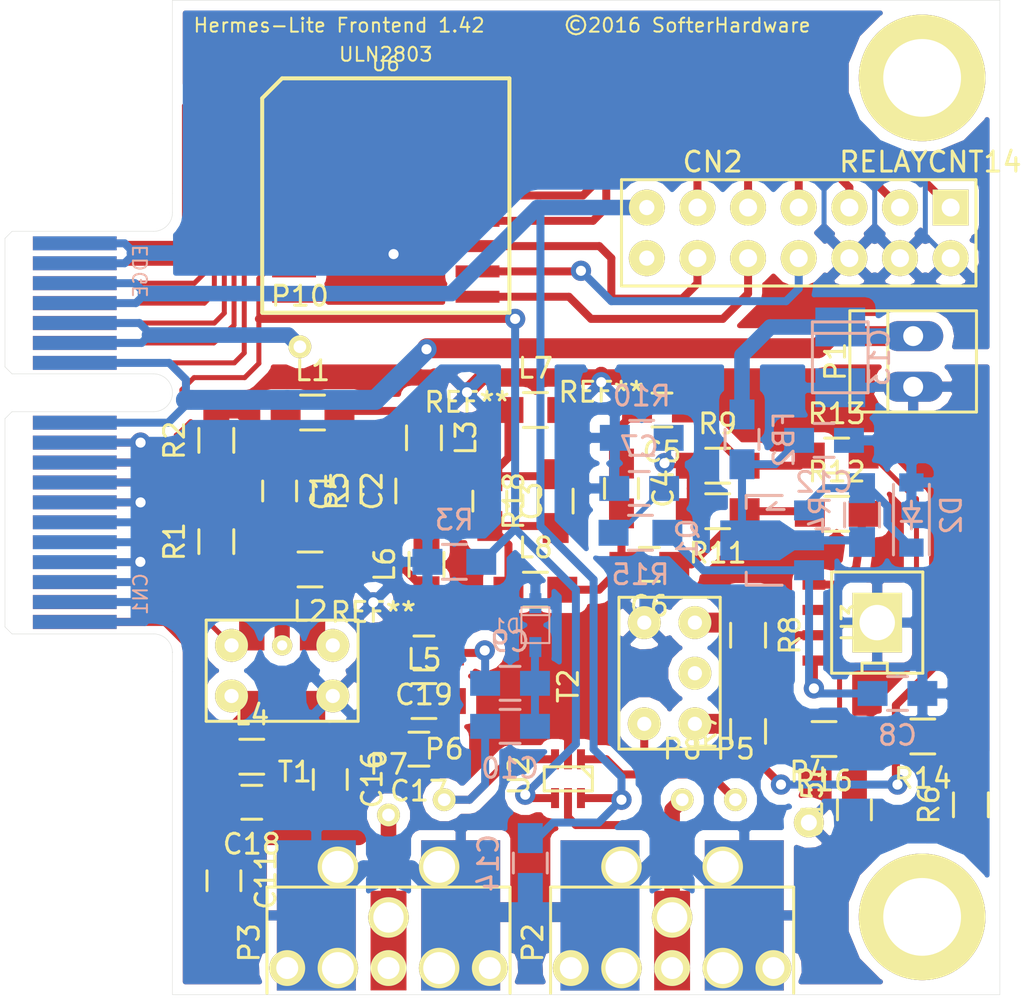
<source format=kicad_pcb>
(kicad_pcb (version 4) (host pcbnew 4.0.2-4+6225~38~ubuntu14.04.1-stable)
  (title_block (title "Hermes-Lite Basic RF Frontend") (date 2016-01-06) (rev 1.3) (company SofterHardware) (comment 1 KF7O))
  (layers (0 F.Cu signal) (31 B.Cu signal) (34 B.Paste user hide) (35 F.Paste user hide) (36 B.SilkS user hide) (37 F.SilkS user) (38 B.Mask user hide) (39 F.Mask user hide) (44 Edge.Cuts user))
  (net 0 "")
  (net 1 "Net-(CN1-PadB2)")
  (net 2 "Net-(CN1-PadB3)")
  (net 3 "Net-(CN1-PadB11)")
  (net 4 "Net-(CN1-PadB12)")
  (net 5 "Net-(CN1-PadB13)")
  (net 6 "Net-(CN1-PadB14)")
  (net 7 "Net-(CN1-PadB15)")
  (net 8 "Net-(CN1-PadB16)")
  (net 9 "Net-(CN1-PadB17)")
  (net 10 "Net-(CN1-PadB18)")
  (net 11 GND)
  (net 12 "Net-(C1-Pad1)")
  (net 13 "Net-(C2-Pad1)")
  (net 14 "Net-(C3-Pad1)")
  (net 15 "Net-(C7-Pad1)")
  (net 16 "Net-(C10-Pad2)")
  (net 17 5V)
  (net 18 3V)
  (net 19 GNDREF)
  (net 20 "Net-(CN2-Pad1)")
  (net 21 "Net-(CN2-Pad3)")
  (net 22 "Net-(CN2-Pad5)")
  (net 23 "Net-(CN2-Pad7)")
  (net 24 "Net-(CN2-Pad8)")
  (net 25 "Net-(CN2-Pad9)")
  (net 26 "Net-(CN2-Pad11)")
  (net 27 "Net-(CN2-Pad10)")
  (net 28 "Net-(CN2-Pad12)")
  (net 29 "Net-(C1-Pad2)")
  (net 30 "Net-(C2-Pad2)")
  (net 31 "Net-(C3-Pad2)")
  (net 32 "Net-(C4-Pad1)")
  (net 33 "Net-(C4-Pad2)")
  (net 34 "Net-(C5-Pad1)")
  (net 35 "Net-(C6-Pad1)")
  (net 36 12V)
  (net 37 "Net-(R12-Pad2)")
  (net 38 "Net-(R14-Pad2)")
  (net 39 "Net-(T1-Pad2)")
  (net 40 "Net-(C10-Pad1)")
  (net 41 10V)
  (net 42 "Net-(P2-Pad1)")
  (net 43 "Net-(P3-Pad1)")
  (net 44 "Net-(C12-Pad1)")
  (net 45 "Net-(P5-Pad1)")
  (net 46 "Net-(C15-Pad1)")
  (net 47 "Net-(C15-Pad2)")
  (net 48 "Net-(R7-Pad2)")
  (net 49 "Net-(R8-Pad1)")
  (net 50 "Net-(R14-Pad1)")
  (net 51 "Net-(R16-Pad2)")
  (net 52 "Net-(R13-Pad2)")
  (net 53 "Net-(CN1-PadB5)")
  (net 54 "Net-(CN1-PadB6)")
  (net 55 "Net-(CN2-Pad14)")
  (net 56 "Net-(D2-Pad1)")
  (net 57 "Net-(T2-Pad2)")
  (net 58 "Net-(C17-Pad1)")
  (net 59 "Net-(C11-Pad1)")
  (net 60 "Net-(C16-Pad1)")
  (module Capacitors_SMD:C_0805_HandSoldering (layer B.Cu) (at 122.809 96.901 180)
    (fp_text reference C7 (at 0 2.1 180) (layer B.SilkS) (effects (justify mirror)))
    (fp_text value 100n)
    (pad 1 smd rect (at -1.25 0 180) (size 1.5 1.25) (layers B.Cu B.Paste B.Mask) (net 15 "Net-(C7-Pad1)"))
    (pad 2 smd rect (at 1.25 0 180) (size 1.5 1.25) (layers B.Cu B.Paste B.Mask) (net 11 GND))
  )
  (module HERMESLITE:BREAKOUT14 (layer F.Cu) (at 138.43 82.804 180)
    (fp_text reference CN2 (at 11.938 2.286 180) (layer F.SilkS))
    (fp_text value RELAYCNT14 (at 1.016 2.286 180) (layer F.SilkS))
    (pad 1 thru_hole rect (at 0 0 180) (size 1.8 1.8) (drill 0.9) (layers *.Cu *.Mask F.SilkS) (net 20 "Net-(CN2-Pad1)"))
    (pad 3 thru_hole circle (at 2.54 0 180) (size 1.8 1.8) (drill 0.9) (layers *.Cu *.Mask F.SilkS) (net 21 "Net-(CN2-Pad3)"))
    (pad 5 thru_hole circle (at 5.08 0 180) (size 1.8 1.8) (drill 0.9) (layers *.Cu *.Mask F.SilkS) (net 22 "Net-(CN2-Pad5)"))
    (pad 7 thru_hole circle (at 7.62 0 180) (size 1.8 1.8) (drill 0.9) (layers *.Cu *.Mask F.SilkS) (net 23 "Net-(CN2-Pad7)"))
    (pad 9 thru_hole circle (at 10.16 0 180) (size 1.8 1.8) (drill 0.9) (layers *.Cu *.Mask F.SilkS) (net 25 "Net-(CN2-Pad9)"))
    (pad 11 thru_hole circle (at 12.7 0 180) (size 1.8 1.8) (drill 0.9) (layers *.Cu *.Mask F.SilkS) (net 26 "Net-(CN2-Pad11)"))
    (pad 2 thru_hole circle (at 0 -2.54 180) (size 1.8 1.8) (drill 0.9) (layers *.Cu *.Mask F.SilkS) (net 19 GNDREF))
    (pad 4 thru_hole circle (at 2.54 -2.54 180) (size 1.8 1.8) (drill 0.9) (layers *.Cu *.Mask F.SilkS) (net 19 GNDREF))
    (pad 6 thru_hole circle (at 5.08 -2.54 180) (size 1.8 1.8) (drill 0.9) (layers *.Cu *.Mask F.SilkS) (net 19 GNDREF))
    (pad 8 thru_hole circle (at 7.62 -2.54 180) (size 1.8 1.8) (drill 0.9) (layers *.Cu *.Mask F.SilkS) (net 24 "Net-(CN2-Pad8)"))
    (pad 10 thru_hole circle (at 10.16 -2.54 180) (size 1.8 1.8) (drill 0.9) (layers *.Cu *.Mask F.SilkS) (net 27 "Net-(CN2-Pad10)"))
    (pad 12 thru_hole circle (at 12.7 -2.54 180) (size 1.8 1.8) (drill 0.9) (layers *.Cu *.Mask F.SilkS) (net 28 "Net-(CN2-Pad12)"))
    (pad 14 thru_hole circle (at 15.24 -2.54 180) (size 1.8 1.8) (drill 0.762) (layers *.Cu *.Mask F.SilkS) (net 55 "Net-(CN2-Pad14)"))
    (pad 13 thru_hole circle (at 15.24 0 180) (size 1.8 1.8) (drill 0.762) (layers *.Cu *.Mask F.SilkS) (net 18 3V))
  )
  (module HERMESLITE:EDGE (layer B.Cu) (at 91 92.1 90)
    (fp_text reference CN1 (at -10.1 6.8 90) (layer B.SilkS) (effects (font (size 0.7 0.7) (thickness 0.1)) (justify mirror)))
    (fp_text value EDGE (at 6.1 6.8 90) (layer B.SilkS) (effects (font (size 0.7 0.7) (thickness 0.1)) (justify mirror)))
    (fp_line (start -13 8.4) (end -14 8.4) (layer Edge.Cuts) (width 0.02))
    (fp_line (start 9.05 8.4) (end 10 8.4) (layer Edge.Cuts) (width 0.02))
    (fp_arc (start -13.05 7.45) (end -13.05 8.4) (angle -90) (layer Edge.Cuts) (width 0.02))
    (fp_line (start -11.75 0) (end -12.1 0.35) (layer Edge.Cuts) (width 0.02))
    (fp_line (start -12.1 0.35) (end -12.1 7.45) (layer Edge.Cuts) (width 0.02))
    (fp_line (start -1.3 0) (end -11.75 0) (layer Edge.Cuts) (width 0.02))
    (fp_arc (start 9.05 7.45) (end 8.1 7.45) (angle -90) (layer Edge.Cuts) (width 0.02))
    (fp_line (start 7.75 0) (end 8.1 0.35) (layer Edge.Cuts) (width 0.02))
    (fp_line (start 8.1 0.35) (end 8.1 7.45) (layer Edge.Cuts) (width 0.02))
    (fp_line (start 0.95 7.45) (end 0.95 0.35) (layer Edge.Cuts) (width 0.02))
    (fp_line (start 0.95 0.35) (end 1.3 0) (layer Edge.Cuts) (width 0.02))
    (fp_line (start 1.3 0) (end 7.75 0) (layer Edge.Cuts) (width 0.02))
    (fp_line (start -0.95 0.35) (end -0.95 7.45) (layer Edge.Cuts) (width 0.02))
    (fp_line (start -0.95 0.35) (end -1.3 0) (layer Edge.Cuts) (width 0.02))
    (fp_arc (start 0 7.45) (end -0.95 7.45) (angle -90) (layer Edge.Cuts) (width 0.02))
    (fp_arc (start 0 7.45) (end 0 8.4) (angle -90) (layer Edge.Cuts) (width 0.02))
    (pad A1 smd rect (at -11.5 3.5 90) (size 0.7 4.2) (layers B.Cu B.Mask) (net 11 GND))
    (pad A2 smd rect (at -10.5 3.5 90) (size 0.7 4.2) (layers B.Cu B.Mask) (net 11 GND))
    (pad A3 smd rect (at -9.5 3.5 90) (size 0.7 4.2) (layers B.Cu B.Mask) (net 11 GND))
    (pad A4 smd rect (at -8.5 3.5 90) (size 0.7 4.2) (layers B.Cu B.Mask) (net 11 GND))
    (pad A5 smd rect (at -7.5 3.5 90) (size 0.7 4.2) (layers B.Cu B.Mask) (net 11 GND))
    (pad A6 smd rect (at -6.5 3.5 90) (size 0.7 4.2) (layers B.Cu B.Mask) (net 11 GND))
    (pad A7 smd rect (at -5.5 3.5 90) (size 0.7 4.2) (layers B.Cu B.Mask) (net 11 GND))
    (pad A8 smd rect (at -4.5 3.5 90) (size 0.7 4.2) (layers B.Cu B.Mask) (net 11 GND))
    (pad A9 smd rect (at -3.5 3.5 90) (size 0.7 4.2) (layers B.Cu B.Mask) (net 11 GND))
    (pad A10 smd rect (at -2.5 3.5 90) (size 0.7 4.2) (layers B.Cu B.Mask) (net 11 GND))
    (pad A11 smd rect (at -1.5 3.5 90) (size 0.7 4.2) (layers B.Cu B.Mask) (net 36 12V))
    (pad A12 smd rect (at 1.5 3.5 90) (size 0.7 4.2) (layers B.Cu B.Mask) (net 36 12V))
    (pad A13 smd rect (at 2.5 3.5 90) (size 0.7 4.2) (layers B.Cu B.Mask) (net 17 5V))
    (pad A14 smd rect (at 3.5 3.5 90) (size 0.7 4.2) (layers B.Cu B.Mask) (net 17 5V))
    (pad A15 smd rect (at 4.5 3.5 90) (size 0.7 4.2) (layers B.Cu B.Mask) (net 18 3V))
    (pad A16 smd rect (at 5.5 3.5 90) (size 0.7 4.2) (layers B.Cu B.Mask) (net 18 3V))
    (pad A17 smd rect (at 6.5 3.5 90) (size 0.7 4.2) (layers B.Cu B.Mask) (net 19 GNDREF))
    (pad A18 smd rect (at 7.5 3.5 90) (size 0.7 4.2) (layers B.Cu B.Mask) (net 19 GNDREF))
    (pad B1 smd rect (at -11.5 3.5 90) (size 0.7 4.2) (layers F.Cu F.Mask) (net 11 GND))
    (pad B2 smd rect (at -10.5 3.5 90) (size 0.7 4.2) (layers F.Cu F.Mask) (net 1 "Net-(CN1-PadB2)"))
    (pad B3 smd rect (at -9.5 3.5 90) (size 0.7 4.2) (layers F.Cu F.Mask) (net 2 "Net-(CN1-PadB3)"))
    (pad B4 smd rect (at -8.5 3.5 90) (size 0.7 4.2) (layers F.Cu F.Mask) (net 11 GND))
    (pad B5 smd rect (at -7.5 3.5 90) (size 0.7 4.2) (layers F.Cu F.Mask) (net 53 "Net-(CN1-PadB5)"))
    (pad B6 smd rect (at -6.5 3.5 90) (size 0.7 4.2) (layers F.Cu F.Mask) (net 54 "Net-(CN1-PadB6)"))
    (pad B7 smd rect (at -5.5 3.5 90) (size 0.7 4.2) (layers F.Cu F.Mask) (net 11 GND))
    (pad B8 smd rect (at -4.5 3.5 90) (size 0.7 4.2) (layers F.Cu F.Mask) (net 29 "Net-(C1-Pad2)"))
    (pad B9 smd rect (at -3.5 3.5 90) (size 0.7 4.2) (layers F.Cu F.Mask) (net 12 "Net-(C1-Pad1)"))
    (pad B10 smd rect (at -2.5 3.5 90) (size 0.7 4.2) (layers F.Cu F.Mask) (net 11 GND))
    (pad B11 smd rect (at -1.5 3.5 90) (size 0.7 4.2) (layers F.Cu F.Mask) (net 3 "Net-(CN1-PadB11)"))
    (pad B12 smd rect (at 1.5 3.5 90) (size 0.7 4.2) (layers F.Cu F.Mask) (net 4 "Net-(CN1-PadB12)"))
    (pad B13 smd rect (at 2.5 3.5 90) (size 0.7 4.2) (layers F.Cu F.Mask) (net 5 "Net-(CN1-PadB13)"))
    (pad B14 smd rect (at 3.5 3.5 90) (size 0.7 4.2) (layers F.Cu F.Mask) (net 6 "Net-(CN1-PadB14)"))
    (pad B15 smd rect (at 4.5 3.5 90) (size 0.7 4.2) (layers F.Cu F.Mask) (net 7 "Net-(CN1-PadB15)"))
    (pad B16 smd rect (at 5.5 3.5 90) (size 0.7 4.2) (layers F.Cu F.Mask) (net 8 "Net-(CN1-PadB16)"))
    (pad B17 smd rect (at 6.5 3.5 90) (size 0.7 4.2) (layers F.Cu F.Mask) (net 9 "Net-(CN1-PadB17)"))
    (pad B18 smd rect (at 7.5 3.5 90) (size 0.7 4.2) (layers F.Cu F.Mask) (net 10 "Net-(CN1-PadB18)"))
  )
  (module HERMESLITE:PSOP-18 (layer F.Cu) (at 110.1 82.2)
    (fp_text reference U6 (at 0 -6.6) (layer F.SilkS) (effects (font (size 0.7 0.7) (thickness 0.1))))
    (fp_text value ULN2803 (at 0 -7.08) (layer F.SilkS) (effects (font (size 0.7 0.7) (thickness 0.1))))
    (pad 1 smd rect (at -4.6 -5.08) (size 2.2 0.6) (layers F.Cu F.Paste F.Mask) (net 10 "Net-(CN1-PadB18)"))
    (pad 2 smd rect (at -4.6 -3.81) (size 2.2 0.6) (layers F.Cu F.Paste F.Mask) (net 9 "Net-(CN1-PadB17)"))
    (pad 3 smd rect (at -4.6 -2.54) (size 2.2 0.6) (layers F.Cu F.Paste F.Mask) (net 8 "Net-(CN1-PadB16)"))
    (pad 4 smd rect (at -4.6 -1.27) (size 2.2 0.6) (layers F.Cu F.Paste F.Mask) (net 7 "Net-(CN1-PadB15)"))
    (pad 5 smd rect (at -4.6 0) (size 2.2 0.6) (layers F.Cu F.Paste F.Mask) (net 6 "Net-(CN1-PadB14)"))
    (pad 6 smd rect (at -4.6 1.27) (size 2.2 0.6) (layers F.Cu F.Paste F.Mask) (net 5 "Net-(CN1-PadB13)"))
    (pad 7 smd rect (at -4.6 2.54) (size 2.2 0.6) (layers F.Cu F.Paste F.Mask) (net 4 "Net-(CN1-PadB12)"))
    (pad 8 smd rect (at -4.6 3.81) (size 2.2 0.6) (layers F.Cu F.Paste F.Mask) (net 3 "Net-(CN1-PadB11)"))
    (pad 9 smd rect (at -4.6 5.08) (size 2.2 0.6) (layers F.Cu F.Paste F.Mask) (net 19 GNDREF))
    (pad 18 smd rect (at 4.6 -5.08) (size 2.2 0.6) (layers F.Cu F.Paste F.Mask) (net 20 "Net-(CN2-Pad1)"))
    (pad 17 smd rect (at 4.6 -3.81) (size 2.2 0.6) (layers F.Cu F.Paste F.Mask) (net 21 "Net-(CN2-Pad3)"))
    (pad 16 smd rect (at 4.6 -2.54) (size 2.2 0.6) (layers F.Cu F.Paste F.Mask) (net 22 "Net-(CN2-Pad5)"))
    (pad 15 smd rect (at 4.6 -1.27) (size 2.2 0.6) (layers F.Cu F.Paste F.Mask) (net 23 "Net-(CN2-Pad7)"))
    (pad 14 smd rect (at 4.6 0) (size 2.2 0.6) (layers F.Cu F.Paste F.Mask) (net 25 "Net-(CN2-Pad9)"))
    (pad 13 smd rect (at 4.6 1.27) (size 2.2 0.6) (layers F.Cu F.Paste F.Mask) (net 26 "Net-(CN2-Pad11)"))
    (pad 12 smd rect (at 4.6 2.54) (size 2.2 0.6) (layers F.Cu F.Paste F.Mask) (net 28 "Net-(CN2-Pad12)"))
    (pad 11 smd rect (at 4.6 3.81) (size 2.2 0.6) (layers F.Cu F.Paste F.Mask) (net 24 "Net-(CN2-Pad8)"))
    (pad 10 smd rect (at 4.6 5.08) (size 2.2 0.6) (layers F.Cu F.Paste F.Mask) (net 27 "Net-(CN2-Pad10)"))
  )
  (module HERMESLITE:SOD323 (layer B.Cu) (at 117.602 103.759 90)
    (fp_text reference D1 (at -0.05 -1.45 360) (layer B.SilkS) (effects (font (size 0.7 0.7) (thickness 0.1)) (justify mirror)))
    (fp_text value DIODESCH2 hide)
    (pad 2 smd rect (at 1.09982 0 90) (size 1.00076 0.59944) (layers B.Cu B.Paste B.Mask) (net 11 GND))
    (pad 1 smd rect (at -1.09982 0 90) (size 1.00076 0.59944) (layers B.Cu B.Paste B.Mask) (net 16 "Net-(C10-Pad2)"))
  )
  (module Resistors_SMD:R_0805_HandSoldering (layer B.Cu) (at 122.936 94.361 180)
    (fp_text reference R10 (at 0 2.1 180) (layer B.SilkS) (effects (justify mirror)))
    (fp_text value 1200)
    (pad 1 smd rect (at -1.35 0 180) (size 1.5 1.3) (layers B.Cu B.Paste B.Mask) (net 15 "Net-(C7-Pad1)"))
    (pad 2 smd rect (at 1.35 0 180) (size 1.5 1.3) (layers B.Cu B.Paste B.Mask) (net 11 GND))
  )
  (module Resistors_SMD:R_0805_HandSoldering (layer B.Cu) (at 122.8725 99.1235)
    (fp_text reference R15 (at 0 2.1) (layer B.SilkS) (effects (justify mirror)))
    (fp_text value 1200)
    (pad 1 smd rect (at -1.35 0) (size 1.5 1.3) (layers B.Cu B.Paste B.Mask) (net 15 "Net-(C7-Pad1)"))
    (pad 2 smd rect (at 1.35 0) (size 1.5 1.3) (layers B.Cu B.Paste B.Mask) (net 41 10V))
  )
  (module Capacitors_SMD:C_0805_HandSoldering (layer F.Cu) (at 104.775 97.028 270)
    (fp_text reference C1 (at 0 -2.1 270) (layer F.SilkS))
    (fp_text value 75p)
    (pad 1 smd rect (at -1.25 0 270) (size 1.5 1.25) (layers F.Cu F.Paste F.Mask) (net 12 "Net-(C1-Pad1)"))
    (pad 2 smd rect (at 1.25 0 270) (size 1.5 1.25) (layers F.Cu F.Paste F.Mask) (net 29 "Net-(C1-Pad2)"))
  )
  (module Capacitors_SMD:C_0805_HandSoldering (layer F.Cu) (at 107.315 97.028 270)
    (fp_text reference C2 (at 0 -2.1 270) (layer F.SilkS))
    (fp_text value 150p)
    (pad 1 smd rect (at -1.25 0 270) (size 1.5 1.25) (layers F.Cu F.Paste F.Mask) (net 13 "Net-(C2-Pad1)"))
    (pad 2 smd rect (at 1.25 0 270) (size 1.5 1.25) (layers F.Cu F.Paste F.Mask) (net 30 "Net-(C2-Pad2)"))
  )
  (module Capacitors_SMD:C_0805_HandSoldering (layer F.Cu) (at 115.316 97.536 270)
    (fp_text reference C3 (at 0 -2.1 270) (layer F.SilkS))
    (fp_text value 160p)
    (pad 1 smd rect (at -1.25 0 270) (size 1.5 1.25) (layers F.Cu F.Paste F.Mask) (net 14 "Net-(C3-Pad1)"))
    (pad 2 smd rect (at 1.25 0 270) (size 1.5 1.25) (layers F.Cu F.Paste F.Mask) (net 31 "Net-(C3-Pad2)"))
  )
  (module Capacitors_SMD:C_0805_HandSoldering (layer F.Cu) (at 121.92 96.901 270)
    (fp_text reference C4 (at 0 -2.1 270) (layer F.SilkS))
    (fp_text value 100p)
    (pad 1 smd rect (at -1.25 0 270) (size 1.5 1.25) (layers F.Cu F.Paste F.Mask) (net 32 "Net-(C4-Pad1)"))
    (pad 2 smd rect (at 1.25 0 270) (size 1.5 1.25) (layers F.Cu F.Paste F.Mask) (net 33 "Net-(C4-Pad2)"))
  )
  (module Capacitors_SMD:C_0805_HandSoldering (layer F.Cu) (at 123.952 92.964 180)
    (fp_text reference C5 (at 0 -2.1 180) (layer F.SilkS))
    (fp_text value 100n)
    (pad 1 smd rect (at -1.25 0 180) (size 1.5 1.25) (layers F.Cu F.Paste F.Mask) (net 34 "Net-(C5-Pad1)"))
    (pad 2 smd rect (at 1.25 0 180) (size 1.5 1.25) (layers F.Cu F.Paste F.Mask) (net 32 "Net-(C4-Pad1)"))
  )
  (module Capacitors_SMD:C_0805_HandSoldering (layer F.Cu) (at 123.317 100.711 180)
    (fp_text reference C6 (at 0 -2.1 180) (layer F.SilkS))
    (fp_text value 100n)
    (pad 1 smd rect (at -1.25 0 180) (size 1.5 1.25) (layers F.Cu F.Paste F.Mask) (net 35 "Net-(C6-Pad1)"))
    (pad 2 smd rect (at 1.25 0 180) (size 1.5 1.25) (layers F.Cu F.Paste F.Mask) (net 33 "Net-(C4-Pad2)"))
  )
  (module Capacitors_SMD:C_0805_HandSoldering (layer B.Cu) (at 135.763 107.188)
    (fp_text reference C8 (at 0 2.1) (layer B.SilkS) (effects (justify mirror)))
    (fp_text value 100n)
    (pad 1 smd rect (at -1.25 0) (size 1.5 1.25) (layers B.Cu B.Paste B.Mask) (net 41 10V))
    (pad 2 smd rect (at 1.25 0) (size 1.5 1.25) (layers B.Cu B.Paste B.Mask) (net 11 GND))
  )
  (module Capacitors_SMD:C_0805_HandSoldering (layer B.Cu) (at 116.332 106.68 180)
    (fp_text reference C9 (at 0 2.1 180) (layer B.SilkS) (effects (justify mirror)))
    (fp_text value 100n)
    (pad 1 smd rect (at -1.25 0 180) (size 1.5 1.25) (layers B.Cu B.Paste B.Mask) (net 16 "Net-(C10-Pad2)"))
    (pad 2 smd rect (at 1.25 0 180) (size 1.5 1.25) (layers B.Cu B.Paste B.Mask) (net 58 "Net-(C17-Pad1)"))
  )
  (module Capacitors_SMD:C_0805_HandSoldering (layer B.Cu) (at 116.332 108.839)
    (fp_text reference C10 (at 0 2.1) (layer B.SilkS) (effects (justify mirror)))
    (fp_text value 100n)
    (pad 1 smd rect (at -1.25 0) (size 1.5 1.25) (layers B.Cu B.Paste B.Mask) (net 40 "Net-(C10-Pad1)"))
    (pad 2 smd rect (at 1.25 0) (size 1.5 1.25) (layers B.Cu B.Paste B.Mask) (net 16 "Net-(C10-Pad2)"))
  )
  (module Resistors_SMD:R_0805_HandSoldering (layer F.Cu) (at 101.6 99.568 90)
    (fp_text reference R1 (at 0 -2.1 90) (layer F.SilkS))
    (fp_text value "33 1%")
    (pad 1 smd rect (at -1.35 0 90) (size 1.5 1.3) (layers F.Cu F.Paste F.Mask) (net 11 GND))
    (pad 2 smd rect (at 1.35 0 90) (size 1.5 1.3) (layers F.Cu F.Paste F.Mask) (net 29 "Net-(C1-Pad2)"))
  )
  (module Resistors_SMD:R_0805_HandSoldering (layer F.Cu) (at 101.6 94.488 90)
    (fp_text reference R2 (at 0 -2.1 90) (layer F.SilkS))
    (fp_text value "33 1%")
    (pad 1 smd rect (at -1.35 0 90) (size 1.5 1.3) (layers F.Cu F.Paste F.Mask) (net 12 "Net-(C1-Pad1)"))
    (pad 2 smd rect (at 1.35 0 90) (size 1.5 1.3) (layers F.Cu F.Paste F.Mask) (net 11 GND))
  )
  (module Capacitors_SMD:C_0805_HandSoldering (layer B.Cu) (at 132.08 94.488)
    (fp_text reference C12 (at 0 2.1) (layer B.SilkS) (effects (justify mirror)))
    (fp_text value 100n)
    (pad 1 smd rect (at -1.25 0) (size 1.5 1.25) (layers B.Cu B.Paste B.Mask) (net 44 "Net-(C12-Pad1)"))
    (pad 2 smd rect (at 1.25 0) (size 1.5 1.25) (layers B.Cu B.Paste B.Mask) (net 11 GND))
  )
  (module Measurement_Points:Measurement_Point_Round-TH_Small (layer F.Cu) (at 127.635 112.522)
    (fp_text reference P5 (at 0 -2.54) (layer F.SilkS))
    (fp_text value TST)
    (pad 1 thru_hole circle (at 0 0) (size 1.143 1.143) (drill 0.635) (layers *.Cu *.Mask F.SilkS) (net 45 "Net-(P5-Pad1)"))
  )
  (module Measurement_Points:Measurement_Point_Round-TH_Small (layer F.Cu) (at 113.03 112.522)
    (fp_text reference P6 (at 0 -2.54) (layer F.SilkS))
    (fp_text value TST)
    (pad 1 thru_hole circle (at 0 0) (size 1.143 1.143) (drill 0.635) (layers *.Cu *.Mask F.SilkS) (net 40 "Net-(C10-Pad1)"))
  )
  (module Measurement_Points:Measurement_Point_Round-TH_Small (layer F.Cu) (at 110.236 113.284)
    (fp_text reference P7 (at 0 -2.54) (layer F.SilkS))
    (fp_text value TST)
    (pad 1 thru_hole circle (at 0 0) (size 1.143 1.143) (drill 0.635) (layers *.Cu *.Mask F.SilkS) (net 43 "Net-(P3-Pad1)"))
  )
  (module Measurement_Points:Measurement_Point_Round-TH_Small (layer F.Cu) (at 124.968 112.522)
    (fp_text reference P8 (at 0 -2.54) (layer F.SilkS))
    (fp_text value TST)
    (pad 1 thru_hole circle (at 0 0) (size 1.143 1.143) (drill 0.635) (layers *.Cu *.Mask F.SilkS) (net 42 "Net-(P2-Pad1)"))
  )
  (module HERMESLITE:pe4259 (layer F.Cu) (at 119.888 110.49 180)
    (fp_text reference U2 (at 3.1115 -0.8255 270) (layer F.SilkS))
    (fp_text value PE4259)
    (pad 1 smd rect (at 0 0 180) (size 0.4 1) (layers F.Cu F.Paste F.Mask) (net 45 "Net-(P5-Pad1)"))
    (pad 2 smd rect (at 0.65 0 180) (size 0.4 1) (layers F.Cu F.Paste F.Mask) (net 11 GND))
    (pad 3 smd rect (at 1.3 0 180) (size 0.4 1) (layers F.Cu F.Paste F.Mask) (net 40 "Net-(C10-Pad1)"))
    (pad 4 smd rect (at 1.3 -1.95 180) (size 0.4 1) (layers F.Cu F.Paste F.Mask) (net 3 "Net-(CN1-PadB11)"))
    (pad 5 smd rect (at 0.65 -1.95 180) (size 0.4 1) (layers F.Cu F.Paste F.Mask) (net 42 "Net-(P2-Pad1)"))
    (pad 6 smd rect (at 0 -1.95 180) (size 0.4 1) (layers F.Cu F.Paste F.Mask) (net 18 3V))
  )
  (module Measurement_Points:Measurement_Point_Round-TH_Small (layer F.Cu) (at 105.791 89.789)
    (fp_text reference P10 (at 0 -2.54) (layer F.SilkS))
    (fp_text value TST)
    (pad 1 thru_hole circle (at 0 0) (size 1.143 1.143) (drill 0.635) (layers *.Cu *.Mask F.SilkS) (net 17 5V))
  )
  (module Capacitors_SMD:C_0805_HandSoldering (layer B.Cu) (at 127.9652 94.4372 90)
    (fp_text reference FB2 (at 0 2.1 90) (layer B.SilkS) (effects (justify mirror)))
    (fp_text value FB)
    (pad 1 smd rect (at -1.25 0 90) (size 1.5 1.25) (layers B.Cu B.Paste B.Mask) (net 44 "Net-(C12-Pad1)"))
    (pad 2 smd rect (at 1.25 0 90) (size 1.5 1.25) (layers B.Cu B.Paste B.Mask) (net 36 12V))
  )
  (module Connect:PINHEAD1-2 (layer F.Cu) (at 136.5504 90.5256 90)
    (fp_text reference P1 (at 0 -3.9 90) (layer F.SilkS))
    (fp_text value 12V)
    (pad 1 thru_hole oval (at -1.27 0 90) (size 1.50622 3.01498) (drill 0.99822) (layers *.Cu *.Mask) (net 11 GND))
    (pad 2 thru_hole oval (at 1.27 0 90) (size 1.50622 3.01498) (drill 0.99822) (layers *.Cu *.Mask) (net 36 12V))
  )
  (module HERMESLITE:rfconnectorB (layer F.Cu) (at 124.46 122.2375 270)
    (fp_text reference P2 (at -2.54 6.985 270) (layer F.SilkS))
    (fp_text value SMA/BNC/HDR)
    (pad 2 thru_hole circle (at -1.27 5.08 270) (size 1.8 1.8) (drill 1.1) (layers *.Cu *.Mask F.SilkS) (net 11 GND))
    (pad 2 thru_hole circle (at -1.27 -5.08 270) (size 1.8 1.8) (drill 1.1) (layers *.Cu *.Mask F.SilkS) (net 11 GND))
    (pad 1 smd rect (at -2.65 0 270) (size 5 1.8) (layers F.Cu F.Paste F.Mask) (net 42 "Net-(P2-Pad1)"))
    (pad 2 smd rect (at -3.9116 -3.62 270) (size 7.5438 3.96) (layers F.Cu F.Paste F.Mask) (net 11 GND))
    (pad 2 smd rect (at -3.9116 3.62 270) (size 7.5438 3.96) (layers F.Cu F.Paste F.Mask) (net 11 GND))
    (pad 2 smd rect (at -3.9116 -3.62 270) (size 7.5438 3.96) (layers B.Cu B.Paste B.Mask) (net 11 GND))
    (pad 2 smd rect (at -3.9116 3.62 270) (size 7.5438 3.96) (layers B.Cu B.Paste B.Mask) (net 11 GND))
    (pad 2 thru_hole circle (at -1.27 2.54 270) (size 2.032 2.032) (drill 1.6002) (layers *.Cu *.Mask F.SilkS) (net 11 GND))
    (pad 2 thru_hole circle (at -1.27 -2.54 270) (size 2.032 2.032) (drill 1.6002) (layers *.Cu *.Mask F.SilkS) (net 11 GND))
    (pad 1 thru_hole circle (at -1.27 0 270) (size 1.8 1.8) (drill 1.1) (layers *.Cu *.Mask F.SilkS) (net 42 "Net-(P2-Pad1)"))
    (pad 2 thru_hole circle (at -6.35 -2.54 270) (size 2.032 2.032) (drill 1.6002) (layers *.Cu *.Mask F.SilkS) (net 11 GND))
    (pad 2 thru_hole circle (at -6.35 2.54 270) (size 2.032 2.032) (drill 1.6002) (layers *.Cu *.Mask F.SilkS) (net 11 GND))
    (pad 1 thru_hole circle (at -3.81 0 270) (size 2.032 2.032) (drill 1.524) (layers *.Cu *.Mask F.SilkS) (net 42 "Net-(P2-Pad1)"))
  )
  (module HERMESLITE:rfconnectorB (layer F.Cu) (at 110.236 122.2375 270)
    (fp_text reference P3 (at -2.54 6.985 270) (layer F.SilkS))
    (fp_text value SMA/BNC/HDR)
    (pad 2 thru_hole circle (at -1.27 5.08 270) (size 1.8 1.8) (drill 1.1) (layers *.Cu *.Mask F.SilkS) (net 11 GND))
    (pad 2 thru_hole circle (at -1.27 -5.08 270) (size 1.8 1.8) (drill 1.1) (layers *.Cu *.Mask F.SilkS) (net 11 GND))
    (pad 1 smd rect (at -2.65 0 270) (size 5 1.8) (layers F.Cu F.Paste F.Mask) (net 43 "Net-(P3-Pad1)"))
    (pad 2 smd rect (at -3.9116 -3.62 270) (size 7.5438 3.96) (layers F.Cu F.Paste F.Mask) (net 11 GND))
    (pad 2 smd rect (at -3.9116 3.62 270) (size 7.5438 3.96) (layers F.Cu F.Paste F.Mask) (net 11 GND))
    (pad 2 smd rect (at -3.9116 -3.62 270) (size 7.5438 3.96) (layers B.Cu B.Paste B.Mask) (net 11 GND))
    (pad 2 smd rect (at -3.9116 3.62 270) (size 7.5438 3.96) (layers B.Cu B.Paste B.Mask) (net 11 GND))
    (pad 2 thru_hole circle (at -1.27 2.54 270) (size 2.032 2.032) (drill 1.6002) (layers *.Cu *.Mask F.SilkS) (net 11 GND))
    (pad 2 thru_hole circle (at -1.27 -2.54 270) (size 2.032 2.032) (drill 1.6002) (layers *.Cu *.Mask F.SilkS) (net 11 GND))
    (pad 1 thru_hole circle (at -1.27 0 270) (size 1.8 1.8) (drill 1.1) (layers *.Cu *.Mask F.SilkS) (net 43 "Net-(P3-Pad1)"))
    (pad 2 thru_hole circle (at -6.35 -2.54 270) (size 2.032 2.032) (drill 1.6002) (layers *.Cu *.Mask F.SilkS) (net 11 GND))
    (pad 2 thru_hole circle (at -6.35 2.54 270) (size 2.032 2.032) (drill 1.6002) (layers *.Cu *.Mask F.SilkS) (net 11 GND))
    (pad 1 thru_hole circle (at -3.81 0 270) (size 2.032 2.032) (drill 1.524) (layers *.Cu *.Mask F.SilkS) (net 43 "Net-(P3-Pad1)"))
  )
  (module Capacitors_Tantalum_SMD:TantalC_SizeT_EIA-3528 (layer B.Cu) (at 132.8928 90.3224 90)
    (fp_text reference C13 (at 0 1.9685 90) (layer B.SilkS) (effects (justify mirror)))
    (fp_text value 10u)
    (pad 1 smd rect (at 1.524 0 90) (size 1.95072 2.49936) (layers B.Cu B.Paste B.Mask) (net 36 12V))
    (pad 2 smd rect (at -1.524 0 90) (size 1.95072 2.49936) (layers B.Cu B.Paste B.Mask) (net 11 GND))
  )
  (module Resistors_SMD:R_0805_HandSoldering (layer B.Cu) (at 113.538 100.584 180)
    (fp_text reference R3 (at 0 2.1 180) (layer B.SilkS) (effects (justify mirror)))
    (fp_text value 10k)
    (pad 1 smd rect (at -1.35 0 180) (size 1.5 1.3) (layers B.Cu B.Paste B.Mask) (net 3 "Net-(CN1-PadB11)"))
    (pad 2 smd rect (at 1.35 0 180) (size 1.5 1.3) (layers B.Cu B.Paste B.Mask) (net 11 GND))
  )
  (module Capacitors_SMD:C_0805_HandSoldering (layer B.Cu) (at 117.348 115.697 270)
    (fp_text reference C14 (at 0 2.1 270) (layer B.SilkS) (effects (justify mirror)))
    (fp_text value 100n)
    (pad 1 smd rect (at -1.25 0 270) (size 1.5 1.25) (layers B.Cu B.Paste B.Mask) (net 18 3V))
    (pad 2 smd rect (at 1.25 0 270) (size 1.5 1.25) (layers B.Cu B.Paste B.Mask) (net 11 GND))
  )
  (module Capacitors_SMD:C_0805_HandSoldering (layer F.Cu) (at 133.604 113.03 90)
    (fp_text reference C15 (at 0 -2.1 90) (layer F.SilkS))
    (fp_text value 100n)
    (pad 1 smd rect (at -1.25 0 90) (size 1.5 1.25) (layers F.Cu F.Paste F.Mask) (net 46 "Net-(C15-Pad1)"))
    (pad 2 smd rect (at 1.25 0 90) (size 1.5 1.25) (layers F.Cu F.Paste F.Mask) (net 47 "Net-(C15-Pad2)"))
  )
  (module Resistors_SMD:R_0805_HandSoldering (layer F.Cu) (at 139.446 112.776 90)
    (fp_text reference R6 (at 0 -2.1 90) (layer F.SilkS))
    (fp_text value "75 1%")
    (pad 1 smd rect (at -1.35 0 90) (size 1.5 1.3) (layers F.Cu F.Paste F.Mask) (net 46 "Net-(C15-Pad1)"))
    (pad 2 smd rect (at 1.35 0 90) (size 1.5 1.3) (layers F.Cu F.Paste F.Mask) (net 50 "Net-(R14-Pad1)"))
  )
  (module Resistors_SMD:R_0805_HandSoldering (layer F.Cu) (at 128.27 109.093 90)
    (fp_text reference R7 (at 0 -2.1 90) (layer F.SilkS))
    (fp_text value "24  1/4W")
    (pad 1 smd rect (at -1.35 0 90) (size 1.5 1.3) (layers F.Cu F.Paste F.Mask) (net 38 "Net-(R14-Pad2)"))
    (pad 2 smd rect (at 1.35 0 90) (size 1.5 1.3) (layers F.Cu F.Paste F.Mask) (net 48 "Net-(R7-Pad2)"))
  )
  (module Resistors_SMD:R_0805_HandSoldering (layer F.Cu) (at 128.27 104.267 270)
    (fp_text reference R8 (at 0 -2.1 270) (layer F.SilkS))
    (fp_text value "24  1/4W")
    (pad 1 smd rect (at -1.35 0 270) (size 1.5 1.3) (layers F.Cu F.Paste F.Mask) (net 49 "Net-(R8-Pad1)"))
    (pad 2 smd rect (at 1.35 0 270) (size 1.5 1.3) (layers F.Cu F.Paste F.Mask) (net 51 "Net-(R16-Pad2)"))
  )
  (module Resistors_SMD:R_0805_HandSoldering (layer F.Cu) (at 126.746 95.758)
    (fp_text reference R9 (at 0 -2.1) (layer F.SilkS))
    (fp_text value 2200)
    (pad 1 smd rect (at -1.35 0) (size 1.5 1.3) (layers F.Cu F.Paste F.Mask) (net 15 "Net-(C7-Pad1)"))
    (pad 2 smd rect (at 1.35 0) (size 1.5 1.3) (layers F.Cu F.Paste F.Mask) (net 34 "Net-(C5-Pad1)"))
  )
  (module Resistors_SMD:R_0805_HandSoldering (layer F.Cu) (at 126.746 98.044 180)
    (fp_text reference R11 (at 0 -2.1 180) (layer F.SilkS))
    (fp_text value 2200)
    (pad 1 smd rect (at -1.35 0 180) (size 1.5 1.3) (layers F.Cu F.Paste F.Mask) (net 35 "Net-(C6-Pad1)"))
    (pad 2 smd rect (at 1.35 0 180) (size 1.5 1.3) (layers F.Cu F.Paste F.Mask) (net 15 "Net-(C7-Pad1)"))
  )
  (module Resistors_SMD:R_0805_HandSoldering (layer F.Cu) (at 132.715 98.171)
    (fp_text reference R12 (at 0 -2.1) (layer F.SilkS))
    (fp_text value 22)
    (pad 1 smd rect (at -1.35 0) (size 1.5 1.3) (layers F.Cu F.Paste F.Mask) (net 35 "Net-(C6-Pad1)"))
    (pad 2 smd rect (at 1.35 0) (size 1.5 1.3) (layers F.Cu F.Paste F.Mask) (net 37 "Net-(R12-Pad2)"))
  )
  (module Resistors_SMD:R_0805_HandSoldering (layer F.Cu) (at 132.715 95.25)
    (fp_text reference R13 (at 0 -2.1) (layer F.SilkS))
    (fp_text value 22)
    (pad 1 smd rect (at -1.35 0) (size 1.5 1.3) (layers F.Cu F.Paste F.Mask) (net 34 "Net-(C5-Pad1)"))
    (pad 2 smd rect (at 1.35 0) (size 1.5 1.3) (layers F.Cu F.Paste F.Mask) (net 52 "Net-(R13-Pad2)"))
  )
  (module Resistors_SMD:R_0805_HandSoldering (layer F.Cu) (at 137.033 109.347 180)
    (fp_text reference R14 (at 0 -2.1 180) (layer F.SilkS))
    (fp_text value "330 1%")
    (pad 1 smd rect (at -1.35 0 180) (size 1.5 1.3) (layers F.Cu F.Paste F.Mask) (net 50 "Net-(R14-Pad1)"))
    (pad 2 smd rect (at 1.35 0 180) (size 1.5 1.3) (layers F.Cu F.Paste F.Mask) (net 38 "Net-(R14-Pad2)"))
  )
  (module Resistors_SMD:R_0805_HandSoldering (layer F.Cu) (at 132.08 109.474 180)
    (fp_text reference R16 (at 0 -2.1 180) (layer F.SilkS))
    (fp_text value "330 1%")
    (pad 1 smd rect (at -1.35 0 180) (size 1.5 1.3) (layers F.Cu F.Paste F.Mask) (net 47 "Net-(C15-Pad2)"))
    (pad 2 smd rect (at 1.35 0 180) (size 1.5 1.3) (layers F.Cu F.Paste F.Mask) (net 51 "Net-(R16-Pad2)"))
  )
  (module Resistors_SMD:R_0805_HandSoldering (layer F.Cu) (at 106.426 93.091)
    (fp_text reference L1 (at 0 -2.1) (layer F.SilkS))
    (fp_text value 240n)
    (pad 1 smd rect (at -1.35 0) (size 1.5 1.3) (layers F.Cu F.Paste F.Mask) (net 12 "Net-(C1-Pad1)"))
    (pad 2 smd rect (at 1.35 0) (size 1.5 1.3) (layers F.Cu F.Paste F.Mask) (net 13 "Net-(C2-Pad1)"))
  )
  (module Resistors_SMD:R_0805_HandSoldering (layer F.Cu) (at 106.299 100.965 180)
    (fp_text reference L2 (at 0 -2.1 180) (layer F.SilkS))
    (fp_text value 240n)
    (pad 1 smd rect (at -1.35 0 180) (size 1.5 1.3) (layers F.Cu F.Paste F.Mask) (net 30 "Net-(C2-Pad2)"))
    (pad 2 smd rect (at 1.35 0 180) (size 1.5 1.3) (layers F.Cu F.Paste F.Mask) (net 29 "Net-(C1-Pad2)"))
  )
  (module Resistors_SMD:R_0805_HandSoldering (layer F.Cu) (at 112.014 94.361 270)
    (fp_text reference L3 (at 0 -2.1 270) (layer F.SilkS))
    (fp_text value 270n)
    (pad 1 smd rect (at -1.35 0 270) (size 1.5 1.3) (layers F.Cu F.Paste F.Mask) (net 13 "Net-(C2-Pad1)"))
    (pad 2 smd rect (at 1.35 0 270) (size 1.5 1.3) (layers F.Cu F.Paste F.Mask) (net 14 "Net-(C3-Pad1)"))
  )
  (module Resistors_SMD:R_0805_HandSoldering (layer F.Cu) (at 112.141 100.711 90)
    (fp_text reference L6 (at 0 -2.1 90) (layer F.SilkS))
    (fp_text value 270n)
    (pad 1 smd rect (at -1.35 0 90) (size 1.5 1.3) (layers F.Cu F.Paste F.Mask) (net 30 "Net-(C2-Pad2)"))
    (pad 2 smd rect (at 1.35 0 90) (size 1.5 1.3) (layers F.Cu F.Paste F.Mask) (net 31 "Net-(C3-Pad2)"))
  )
  (module Resistors_SMD:R_0805_HandSoldering (layer F.Cu) (at 117.602 92.964)
    (fp_text reference L7 (at 0 -2.1) (layer F.SilkS))
    (fp_text value 270n)
    (pad 1 smd rect (at -1.35 0) (size 1.5 1.3) (layers F.Cu F.Paste F.Mask) (net 14 "Net-(C3-Pad1)"))
    (pad 2 smd rect (at 1.35 0) (size 1.5 1.3) (layers F.Cu F.Paste F.Mask) (net 32 "Net-(C4-Pad1)"))
  )
  (module Resistors_SMD:R_0805_HandSoldering (layer F.Cu) (at 117.602 101.981)
    (fp_text reference L8 (at 0 -2.1) (layer F.SilkS))
    (fp_text value 270n)
    (pad 1 smd rect (at -1.35 0) (size 1.5 1.3) (layers F.Cu F.Paste F.Mask) (net 31 "Net-(C3-Pad2)"))
    (pad 2 smd rect (at 1.35 0) (size 1.5 1.3) (layers F.Cu F.Paste F.Mask) (net 33 "Net-(C4-Pad2)"))
  )
  (module HERMESLITE:TransfBN2402 (layer F.Cu) (at 124.333 106.172 270)
    (fp_text reference T2 (at 0.635 5.08 270) (layer F.SilkS))
    (fp_text value 1:1)
    (pad 1 thru_hole circle (at 2.54 -1.27 270) (size 1.651 1.651) (drill 0.7112) (layers *.Cu *.Mask F.SilkS) (net 48 "Net-(R7-Pad2)"))
    (pad 2 thru_hole circle (at 0 -1.27 270) (size 1.651 1.651) (drill 0.7112) (layers *.Cu *.Mask F.SilkS) (net 57 "Net-(T2-Pad2)"))
    (pad 3 thru_hole circle (at -2.54 -1.27 270) (size 1.651 1.651) (drill 0.7112) (layers *.Cu *.Mask F.SilkS) (net 49 "Net-(R8-Pad1)"))
    (pad 4 thru_hole circle (at -2.54 1.27 270) (size 1.651 1.651) (drill 0.7112) (layers *.Cu *.Mask F.SilkS) (net 11 GND))
    (pad 6 thru_hole circle (at 2.54 1.27 270) (size 1.651 1.651) (drill 0.7112) (layers *.Cu *.Mask F.SilkS) (net 45 "Net-(P5-Pad1)"))
  )
  (module Measurement_Points:Measurement_Point_Round-TH_Small (layer F.Cu) (at 131.318 113.665)
    (fp_text reference P4 (at 0 -2.54) (layer F.SilkS))
    (fp_text value TST)
    (pad 1 thru_hole circle (at 0 0) (size 1.50114 1.50114) (drill 0.8001) (layers *.Cu *.Mask F.SilkS) (net 11 GND))
  )
  (module Diodes_SMD:SOD-123 (layer B.Cu) (at 136.4615 98.2345 90)
    (fp_text reference D2 (at 0 2 90) (layer B.SilkS) (effects (justify mirror)))
    (fp_text value BZT52B12)
    (pad 1 smd rect (at -1.635 0 90) (size 0.91 1.22) (layers B.Cu B.Paste B.Mask) (net 56 "Net-(D2-Pad1)"))
    (pad 2 smd rect (at 1.635 0 90) (size 0.91 1.22) (layers B.Cu B.Paste B.Mask) (net 11 GND))
  )
  (module TO_SOT_Packages_SMD:SOT89-3_Housing (layer B.Cu) (at 129.4765 99.5045 270)
    (fp_text reference Q1 (at -0.09906 4.24942 270) (layer B.SilkS) (effects (justify mirror)))
    (fp_text value FCX690B)
    (pad 1 smd rect (at -1.50114 -1.85166 270) (size 1.00076 1.50114) (layers B.Cu B.Paste B.Mask) (net 56 "Net-(D2-Pad1)"))
    (pad 2 smd rect (at 0 -1.85166 270) (size 1.00076 1.50114) (layers B.Cu B.Paste B.Mask) (net 44 "Net-(C12-Pad1)"))
    (pad 3 smd rect (at 1.50114 -1.85166 270) (size 1.00076 1.50114) (layers B.Cu B.Paste B.Mask) (net 41 10V))
    (pad 2 smd rect (at 0 1.09982 270) (size 1.99898 2.99974) (layers B.Cu B.Paste B.Mask) (net 44 "Net-(C12-Pad1)"))
    (pad 2 smd trapezoid (at 0 -0.7493 90) (size 1.50114 0.7493) (rect_delta 0 -0.50038) (layers B.Cu B.Paste B.Mask) (net 44 "Net-(C12-Pad1)"))
  )
  (module Resistors_SMD:R_0805_HandSoldering (layer B.Cu) (at 133.985 98.2345 270)
    (fp_text reference R4 (at 0 2.1 270) (layer B.SilkS) (effects (justify mirror)))
    (fp_text value 560)
    (pad 1 smd rect (at -1.35 0 270) (size 1.5 1.3) (layers B.Cu B.Paste B.Mask) (net 56 "Net-(D2-Pad1)"))
    (pad 2 smd rect (at 1.35 0 270) (size 1.5 1.3) (layers B.Cu B.Paste B.Mask) (net 44 "Net-(C12-Pad1)"))
  )
  (module HERMESLITE:SOIC-8-N-PAD (layer F.Cu) (at 134.747 103.632 90)
    (fp_text reference U3 (at 0 -1.27 90) (layer F.SilkS))
    (fp_text value OPA2674)
    (pad 8 smd rect (at -1.905 -3.175 90) (size 0.508 1.143) (layers F.Cu F.Paste F.Mask) (net 41 10V))
    (pad 7 smd rect (at -0.635 -3.175 90) (size 0.508 1.143) (layers F.Cu F.Paste F.Mask) (net 51 "Net-(R16-Pad2)"))
    (pad 6 smd rect (at 0.635 -3.175 90) (size 0.508 1.143) (layers F.Cu F.Paste F.Mask) (net 47 "Net-(C15-Pad2)"))
    (pad 5 smd rect (at 1.905 -3.175 90) (size 0.508 1.143) (layers F.Cu F.Paste F.Mask) (net 37 "Net-(R12-Pad2)"))
    (pad 4 smd rect (at 1.905 3.175 90) (size 0.508 1.143) (layers F.Cu F.Paste F.Mask) (net 11 GND))
    (pad 3 smd rect (at 0.635 3.175 90) (size 0.508 1.143) (layers F.Cu F.Paste F.Mask) (net 52 "Net-(R13-Pad2)"))
    (pad 2 smd rect (at -0.635 3.175 90) (size 0.508 1.143) (layers F.Cu F.Paste F.Mask) (net 50 "Net-(R14-Pad1)"))
    (pad 1 smd rect (at -1.905 3.175 90) (size 0.508 1.143) (layers F.Cu F.Paste F.Mask) (net 38 "Net-(R14-Pad2)"))
    (pad 4 thru_hole rect (at 0 0 90) (size 2.9972 2.4892) (drill 1.778) (layers *.Cu *.Mask F.SilkS) (net 11 GND))
  )
  (module HERMESLITE:MH (layer F.Cu) (at 136.906 75.946)
    (fp_text reference MH hide)
    (fp_text value VAL** hide)
    (pad "" np_thru_hole circle (at 0.09398 0.35306) (size 6.35 6.35) (drill 3.9) (layers *.Cu *.Mask F.SilkS))
  )
  (module HERMESLITE:MH (layer F.Cu) (at 137.414 118.618)
    (fp_text reference MH hide)
    (fp_text value VAL** hide)
    (pad "" np_thru_hole circle (at -0.41402 -0.21844) (size 6.35 6.35) (drill 3.9) (layers *.Cu *.Mask F.SilkS))
  )
  (module HERMESLITE:via20 (layer F.Cu) (at 114.173 92.075)
    (fp_text reference REF** (at 0 0.5) (layer F.SilkS))
    (fp_text value via)
    (pad 1 thru_hole circle (at 0 0) (size 1.016 1.016) (drill 0.508) (layers *.Cu) (net 11 GND))
  )
  (module HERMESLITE:via20 (layer F.Cu) (at 120.904 91.567)
    (fp_text reference REF** (at 0 0.5) (layer F.SilkS))
    (fp_text value via)
    (pad 1 thru_hole circle (at 0 0) (size 1.016 1.016) (drill 0.508) (layers *.Cu) (net 11 GND))
  )
  (module HERMESLITE:via20 (layer F.Cu) (at 109.474 102.616)
    (fp_text reference REF** (at 0 0.5) (layer F.SilkS))
    (fp_text value via)
    (pad 1 thru_hole circle (at 0 0) (size 1.016 1.016) (drill 0.508) (layers *.Cu) (net 11 GND))
  )
  (module HERMESLITE:TransfBN2402 (layer F.Cu) (at 104.902 106.045)
    (fp_text reference T1 (at 0.635 5.08) (layer F.SilkS))
    (fp_text value 8:1Z)
    (pad 1 thru_hole circle (at 2.54 -1.27) (size 1.651 1.651) (drill 0.7112) (layers *.Cu *.Mask F.SilkS) (net 2 "Net-(CN1-PadB3)"))
    (pad 2 thru_hole circle (at 0 -1.27) (size 1.016 1.016) (drill 0.508) (layers *.Cu *.Mask F.SilkS) (net 39 "Net-(T1-Pad2)"))
    (pad 3 thru_hole circle (at -2.54 -1.27) (size 1.651 1.651) (drill 0.7112) (layers *.Cu *.Mask F.SilkS) (net 1 "Net-(CN1-PadB2)"))
    (pad 4 thru_hole circle (at -2.54 1.27) (size 1.651 1.651) (drill 0.7112) (layers *.Cu *.Mask F.SilkS) (net 59 "Net-(C11-Pad1)"))
    (pad 6 thru_hole circle (at 2.54 1.27) (size 1.651 1.651) (drill 0.7112) (layers *.Cu *.Mask F.SilkS) (net 11 GND))
    (pad 2 smd rect (at 0 -2.032) (size 0.762 1.016) (layers F.Cu F.Paste F.Mask) (net 39 "Net-(T1-Pad2)"))
    (pad 3 smd rect (at -1.524 -1.778) (size 1.27 1.524) (layers F.Cu F.Paste F.Mask) (net 1 "Net-(CN1-PadB2)"))
    (pad 1 smd rect (at 1.524 -1.778) (size 1.27 1.524) (layers F.Cu F.Paste F.Mask) (net 2 "Net-(CN1-PadB3)"))
    (pad 4 smd rect (at -1.524 1.778) (size 1.27 1.524) (layers F.Cu F.Paste F.Mask) (net 59 "Net-(C11-Pad1)"))
    (pad 6 smd rect (at 1.524 1.778) (size 1.27 1.524) (layers F.Cu F.Paste F.Mask) (net 11 GND))
  )
  (module Capacitors_SMD:C_0805_HandSoldering (layer F.Cu) (at 101.981 116.586 270)
    (fp_text reference C11 (at 0 -2.1 270) (layer F.SilkS))
    (fp_text value 100p)
    (pad 1 smd rect (at -1.25 0 270) (size 1.5 1.25) (layers F.Cu F.Paste F.Mask) (net 59 "Net-(C11-Pad1)"))
    (pad 2 smd rect (at 1.25 0 270) (size 1.5 1.25) (layers F.Cu F.Paste F.Mask) (net 11 GND))
  )
  (module Capacitors_SMD:C_0805_HandSoldering (layer F.Cu) (at 107.315 111.506 270)
    (fp_text reference C16 (at 0 -2.1 270) (layer F.SilkS))
    (fp_text value 180p)
    (pad 1 smd rect (at -1.25 0 270) (size 1.5 1.25) (layers F.Cu F.Paste F.Mask) (net 60 "Net-(C16-Pad1)"))
    (pad 2 smd rect (at 1.25 0 270) (size 1.5 1.25) (layers F.Cu F.Paste F.Mask) (net 11 GND))
  )
  (module Capacitors_SMD:C_0805_HandSoldering (layer F.Cu) (at 111.76 109.982 180)
    (fp_text reference C17 (at 0 -2.1 180) (layer F.SilkS))
    (fp_text value 100p)
    (pad 1 smd rect (at -1.25 0 180) (size 1.5 1.25) (layers F.Cu F.Paste F.Mask) (net 58 "Net-(C17-Pad1)"))
    (pad 2 smd rect (at 1.25 0 180) (size 1.5 1.25) (layers F.Cu F.Paste F.Mask) (net 11 GND))
  )
  (module Resistors_SMD:R_0805_HandSoldering (layer F.Cu) (at 103.378 110.363)
    (fp_text reference L4 (at 0 -2.1) (layer F.SilkS))
    (fp_text value 330n)
    (pad 1 smd rect (at -1.35 0) (size 1.5 1.3) (layers F.Cu F.Paste F.Mask) (net 59 "Net-(C11-Pad1)"))
    (pad 2 smd rect (at 1.35 0) (size 1.5 1.3) (layers F.Cu F.Paste F.Mask) (net 60 "Net-(C16-Pad1)"))
  )
  (module Resistors_SMD:R_0805_HandSoldering (layer F.Cu) (at 112.014 107.569)
    (fp_text reference L5 (at 0 -2.1) (layer F.SilkS))
    (fp_text value 330n)
    (pad 1 smd rect (at -1.35 0) (size 1.5 1.3) (layers F.Cu F.Paste F.Mask) (net 60 "Net-(C16-Pad1)"))
    (pad 2 smd rect (at 1.35 0) (size 1.5 1.3) (layers F.Cu F.Paste F.Mask) (net 58 "Net-(C17-Pad1)"))
  )
  (module Capacitors_SMD:C_0805_HandSoldering (layer F.Cu) (at 103.378 112.649 180)
    (fp_text reference C18 (at 0 -2.1 180) (layer F.SilkS))
    (fp_text value zero)
    (pad 1 smd rect (at -1.25 0 180) (size 1.5 1.25) (layers F.Cu F.Paste F.Mask) (net 60 "Net-(C16-Pad1)"))
    (pad 2 smd rect (at 1.25 0 180) (size 1.5 1.25) (layers F.Cu F.Paste F.Mask) (net 59 "Net-(C11-Pad1)"))
  )
  (module Capacitors_SMD:C_0805_HandSoldering (layer F.Cu) (at 112.014 105.156 180)
    (fp_text reference C19 (at 0 -2.1 180) (layer F.SilkS))
    (fp_text value zero)
    (pad 1 smd rect (at -1.25 0 180) (size 1.5 1.25) (layers F.Cu F.Paste F.Mask) (net 58 "Net-(C17-Pad1)"))
    (pad 2 smd rect (at 1.25 0 180) (size 1.5 1.25) (layers F.Cu F.Paste F.Mask) (net 60 "Net-(C16-Pad1)"))
  )
  (module Resistors_SMD:R_0805_HandSoldering (layer F.Cu) (at 109.728 97.028 90)
    (fp_text reference R5 (at 0 -2.1 90) (layer F.SilkS))
    (fp_text value 1000)
    (pad 1 smd rect (at -1.35 0 90) (size 1.5 1.3) (layers F.Cu F.Paste F.Mask) (net 30 "Net-(C2-Pad2)"))
    (pad 2 smd rect (at 1.35 0 90) (size 1.5 1.3) (layers F.Cu F.Paste F.Mask) (net 13 "Net-(C2-Pad1)"))
  )
  (module Resistors_SMD:R_0805_HandSoldering (layer F.Cu) (at 118.618 97.536 90)
    (fp_text reference R18 (at 0 -2.1 90) (layer F.SilkS))
    (fp_text value 1000)
    (pad 1 smd rect (at -1.35 0 90) (size 1.5 1.3) (layers F.Cu F.Paste F.Mask) (net 31 "Net-(C3-Pad2)"))
    (pad 2 smd rect (at 1.35 0 90) (size 1.5 1.3) (layers F.Cu F.Paste F.Mask) (net 14 "Net-(C3-Pad1)"))
  )
  (gr_text "©2016 SofterHardware" (at 125.222 73.66) (layer F.SilkS) (effects (font (size 0.7 0.7) (thickness 0.1))))
  (gr_line (start 99.4 72.4) (end 99.4 82.1) (angle 90) (layer Edge.Cuts) (width 0.02))
  (gr_line (start 99.4 106.1) (end 99.4 122.3) (angle 90) (layer Edge.Cuts) (width 0.02))
  (gr_line (start 140.9 72.4) (end 99.4 72.4) (angle 90) (layer Edge.Cuts) (width 0.02))
  (gr_line (start 140.9 122.3) (end 99.4 122.3) (angle 90) (layer Edge.Cuts) (width 0.02))
  (gr_line (start 140.9 72.4) (end 140.9 122.3) (angle 90) (layer Edge.Cuts) (width 0.02))
  (gr_text "Hermes-Lite Frontend 1.42\n" (at 100.3935 73.66) (layer F.SilkS) (effects (font (size 0.7 0.7) (thickness 0.1)) (justify left)))
  (segment (start 102.362 104.775) (end 102.87 104.775) (width 0.25) (layer F.Cu) (net 1))
  (segment (start 102.87 104.775) (end 103.378 104.267) (width 0.25) (layer F.Cu) (net 1))
  (segment (start 94.5 102.6) (end 99.171 102.6) (width 0.25) (layer F.Cu) (net 1))
  (segment (start 100.838 103.251) (end 102.362 104.775) (width 0.25) (layer F.Cu) (net 1))
  (segment (start 99.822 103.251) (end 100.838 103.251) (width 0.25) (layer F.Cu) (net 1))
  (segment (start 99.171 102.6) (end 99.822 103.251) (width 0.25) (layer F.Cu) (net 1))
  (segment (start 94.5 101.6) (end 99.314 101.6) (width 0.25) (layer F.Cu) (net 2))
  (segment (start 106.426 103.251) (end 106.426 103.759) (width 0.25) (layer F.Cu) (net 2))
  (segment (start 105.664 102.489) (end 106.426 103.251) (width 0.25) (layer F.Cu) (net 2))
  (segment (start 100.203 102.489) (end 105.664 102.489) (width 0.25) (layer F.Cu) (net 2))
  (segment (start 99.314 101.6) (end 100.203 102.489) (width 0.25) (layer F.Cu) (net 2))
  (segment (start 106.426 103.759) (end 107.442 104.775) (width 0.25) (layer F.Cu) (net 2))
  (segment (start 114.935 100.584) (end 116.586 98.933) (width 0.4) (layer B.Cu) (net 3))
  (segment (start 114.888 100.584) (end 114.935 100.584) (width 0.4) (layer B.Cu) (net 3))
  (segment (start 117.094 112.268) (end 119.634 109.728) (width 0.4) (layer B.Cu) (net 3))
  (segment (start 118.588 112.44) (end 117.266 112.44) (width 0.4) (layer F.Cu) (net 3))
  (segment (start 117.094 112.268) (end 117.266 112.44) (width 0.4) (layer F.Cu) (net 3))
  (via (at 117.094 112.268) (size 1.016) (drill 0.508) (layers F.Cu B.Cu) (net 3))
  (via (at 116.586 88.392) (size 1.016) (drill 0.508) (layers F.Cu B.Cu) (net 3))
  (segment (start 116.586 88.392) (end 103.7336 88.392) (width 0.4) (layer F.Cu) (net 3))
  (segment (start 116.586 98.933) (end 116.586 88.392) (width 0.4) (layer B.Cu) (net 3))
  (segment (start 119.634 101.981) (end 116.586 98.933) (width 0.4) (layer B.Cu) (net 3))
  (segment (start 119.634 109.728) (end 119.634 101.981) (width 0.4) (layer B.Cu) (net 3))
  (segment (start 94.5 93.6) (end 99.186 93.6) (width 0.25) (layer F.Cu) (net 3))
  (segment (start 104.0836 86.01) (end 105.5 86.01) (width 0.25) (layer F.Cu) (net 3))
  (segment (start 103.7336 86.36) (end 104.0836 86.01) (width 0.25) (layer F.Cu) (net 3))
  (segment (start 103.7336 90.6272) (end 103.7336 88.392) (width 0.25) (layer F.Cu) (net 3))
  (segment (start 103.7336 88.392) (end 103.7336 86.36) (width 0.25) (layer F.Cu) (net 3))
  (segment (start 103.0224 91.3384) (end 103.7336 90.6272) (width 0.25) (layer F.Cu) (net 3))
  (segment (start 100.4824 91.3384) (end 103.0224 91.3384) (width 0.25) (layer F.Cu) (net 3))
  (segment (start 99.8728 91.948) (end 100.4824 91.3384) (width 0.25) (layer F.Cu) (net 3))
  (segment (start 99.8728 92.9132) (end 99.8728 91.948) (width 0.25) (layer F.Cu) (net 3))
  (segment (start 99.186 93.6) (end 99.8728 92.9132) (width 0.25) (layer F.Cu) (net 3))
  (segment (start 103 90.1) (end 103 85.3) (width 0.25) (layer F.Cu) (net 4))
  (segment (start 103.56 84.74) (end 105.5 84.74) (width 0.25) (layer F.Cu) (net 4))
  (segment (start 103 85.3) (end 103.56 84.74) (width 0.25) (layer F.Cu) (net 4))
  (segment (start 94.5 90.6) (end 102.5 90.6) (width 0.25) (layer F.Cu) (net 4))
  (segment (start 102.5 90.6) (end 103 90.1) (width 0.25) (layer F.Cu) (net 4))
  (segment (start 94.5 89.6) (end 101.4715 89.6) (width 0.25) (layer F.Cu) (net 5))
  (segment (start 103.728 83.47) (end 105.5 83.47) (width 0.25) (layer F.Cu) (net 5))
  (segment (start 102.489 84.709) (end 103.728 83.47) (width 0.25) (layer F.Cu) (net 5))
  (segment (start 102.489 88.7095) (end 102.489 84.709) (width 0.25) (layer F.Cu) (net 5))
  (segment (start 101.4715 89.6) (end 102.489 88.7095) (width 0.25) (layer F.Cu) (net 5))
  (segment (start 94.5 88.6) (end 101.5 88.6) (width 0.25) (layer F.Cu) (net 6))
  (segment (start 102 88.1) (end 102 82.7) (width 0.25) (layer F.Cu) (net 6))
  (segment (start 101.5 88.6) (end 102 88.1) (width 0.25) (layer F.Cu) (net 6))
  (segment (start 102.5 82.2) (end 105.5 82.2) (width 0.25) (layer F.Cu) (net 6))
  (segment (start 102 82.7) (end 102.5 82.2) (width 0.25) (layer F.Cu) (net 6))
  (segment (start 94.5 87.6) (end 101 87.6) (width 0.25) (layer F.Cu) (net 7))
  (segment (start 101 87.6) (end 101.5 87.1) (width 0.25) (layer F.Cu) (net 7))
  (segment (start 101.5 87.1) (end 101.5 81.5) (width 0.25) (layer F.Cu) (net 7))
  (segment (start 102.07 80.93) (end 105.5 80.93) (width 0.25) (layer F.Cu) (net 7))
  (segment (start 101.5 81.5) (end 102.07 80.93) (width 0.25) (layer F.Cu) (net 7))
  (segment (start 101 86.1) (end 101 80.2) (width 0.25) (layer F.Cu) (net 8))
  (segment (start 100.5 86.6) (end 101 86.1) (width 0.25) (layer F.Cu) (net 8))
  (segment (start 94.5 86.6) (end 100.5 86.6) (width 0.25) (layer F.Cu) (net 8))
  (segment (start 101.54 79.66) (end 105.5 79.66) (width 0.25) (layer F.Cu) (net 8))
  (segment (start 101 80.2) (end 101.54 79.66) (width 0.25) (layer F.Cu) (net 8))
  (segment (start 100.5 85.1) (end 100.5 78.9) (width 0.25) (layer F.Cu) (net 9))
  (segment (start 100 85.6) (end 100.5 85.1) (width 0.25) (layer F.Cu) (net 9))
  (segment (start 94.5 85.6) (end 100 85.6) (width 0.25) (layer F.Cu) (net 9))
  (segment (start 101.01 78.39) (end 105.5 78.39) (width 0.25) (layer F.Cu) (net 9))
  (segment (start 100.5 78.9) (end 101.01 78.39) (width 0.25) (layer F.Cu) (net 9))
  (segment (start 100 84.1) (end 100 77.7) (width 0.25) (layer F.Cu) (net 10))
  (segment (start 99.5 84.6) (end 100 84.1) (width 0.25) (layer F.Cu) (net 10))
  (segment (start 94.5 84.6) (end 99.5 84.6) (width 0.25) (layer F.Cu) (net 10))
  (segment (start 100.58 77.12) (end 105.5 77.12) (width 0.25) (layer F.Cu) (net 10))
  (segment (start 100 77.7) (end 100.58 77.12) (width 0.25) (layer F.Cu) (net 10))
  (segment (start 120.904 91.567) (end 120.904 91.186) (width 0.78) (layer F.Cu) (net 11))
  (segment (start 120.904 91.186) (end 120.777 91.313) (width 0.78) (layer F.Cu) (net 11))
  (segment (start 120.777 91.313) (end 114.935 91.313) (width 0.78) (layer F.Cu) (net 11))
  (segment (start 114.935 91.313) (end 114.173 92.075) (width 0.78) (layer F.Cu) (net 11))
  (segment (start 132.969 91.948) (end 132.461 91.948) (width 0.78) (layer F.Cu) (net 11))
  (segment (start 131.826 91.313) (end 121.158 91.313) (width 0.78) (layer F.Cu) (net 11))
  (segment (start 132.461 91.948) (end 131.826 91.313) (width 0.78) (layer F.Cu) (net 11))
  (segment (start 121.158 91.313) (end 120.904 91.567) (width 0.78) (layer F.Cu) (net 11))
  (segment (start 107.442 107.315) (end 106.934 107.315) (width 0.4) (layer F.Cu) (net 11))
  (segment (start 106.934 107.315) (end 106.426 107.823) (width 0.4) (layer F.Cu) (net 11))
  (segment (start 107.315 112.903) (end 107.315 112.756) (width 1) (layer F.Cu) (net 11))
  (segment (start 108.712 114.3) (end 107.315 112.903) (width 1) (layer F.Cu) (net 11))
  (segment (start 103.632 114.3) (end 108.712 114.3) (width 1) (layer F.Cu) (net 11))
  (segment (start 103.632 117.689) (end 103.632 114.3) (width 1) (layer F.Cu) (net 11))
  (segment (start 103.485 117.836) (end 103.632 117.689) (width 1) (layer F.Cu) (net 11))
  (segment (start 101.981 117.836) (end 103.485 117.836) (width 1) (layer F.Cu) (net 11))
  (segment (start 94.5 103.6) (end 99.028 103.6) (width 0.4) (layer F.Cu) (net 11))
  (segment (start 100.33 104.902) (end 100.33 106.68) (width 0.4) (layer F.Cu) (net 11))
  (segment (start 99.028 103.6) (end 100.33 104.902) (width 0.4) (layer F.Cu) (net 11))
  (segment (start 123.21 103.485) (end 123.063 103.632) (width 0.78) (layer B.Cu) (net 11))
  (segment (start 123.21 101.092) (end 123.21 103.485) (width 0.78) (layer B.Cu) (net 11))
  (segment (start 113.856 118.3259) (end 113.7539 118.3259) (width 0.78) (layer B.Cu) (net 11))
  (segment (start 113.7539 118.3259) (end 111.379 115.951) (width 0.78) (layer B.Cu) (net 11))
  (segment (start 108.9909 115.951) (end 106.616 118.3259) (width 0.78) (layer B.Cu) (net 11))
  (segment (start 111.379 115.951) (end 108.9909 115.951) (width 0.78) (layer B.Cu) (net 11))
  (segment (start 128.08 118.3259) (end 128.08 118.301) (width 0.78) (layer B.Cu) (net 11))
  (segment (start 128.08 118.301) (end 125.222 115.443) (width 0.78) (layer B.Cu) (net 11))
  (segment (start 125.222 115.443) (end 123.7229 115.443) (width 0.78) (layer B.Cu) (net 11))
  (segment (start 123.7229 115.443) (end 120.84 118.3259) (width 0.78) (layer B.Cu) (net 11))
  (segment (start 117.3988 118.1608) (end 114.0211 118.1608) (width 1) (layer B.Cu) (net 11))
  (segment (start 114.0211 118.1608) (end 113.856 118.3259) (width 1) (layer B.Cu) (net 11))
  (segment (start 117.3988 118.1608) (end 120.6749 118.1608) (width 1) (layer B.Cu) (net 11))
  (segment (start 120.6749 118.1608) (end 120.84 118.3259) (width 1) (layer B.Cu) (net 11))
  (segment (start 117.3988 118.1608) (end 114.0211 118.1608) (width 1) (layer F.Cu) (net 11))
  (segment (start 114.0211 118.1608) (end 113.856 118.3259) (width 1) (layer F.Cu) (net 11))
  (segment (start 117.3988 118.1608) (end 120.6749 118.1608) (width 1) (layer F.Cu) (net 11))
  (segment (start 120.6749 118.1608) (end 120.84 118.3259) (width 1) (layer F.Cu) (net 11))
  (segment (start 97.8 97.6) (end 99.124 97.6) (width 0.4) (layer F.Cu) (net 11))
  (segment (start 94.5 97.6) (end 97.8 97.6) (width 0.4) (layer F.Cu) (net 11))
  (via (at 97.8 97.6) (size 1.016) (drill 0.508) (layers F.Cu B.Cu) (net 11))
  (segment (start 99.124 97.6) (end 100.1776 98.6536) (width 0.4) (layer F.Cu) (net 11))
  (segment (start 100.0252 100.584) (end 97.79 100.584) (width 0.4) (layer F.Cu) (net 11))
  (segment (start 97.774 100.6) (end 97.79 100.584) (width 0.4) (layer F.Cu) (net 11))
  (via (at 97.79 100.584) (size 1.016) (drill 0.508) (layers F.Cu B.Cu) (net 11))
  (segment (start 97.774 100.6) (end 94.5 100.6) (width 0.4) (layer F.Cu) (net 11))
  (segment (start 97.8 94.6) (end 100.138 94.6) (width 0.4) (layer F.Cu) (net 11))
  (via (at 97.8 94.6) (size 1.016) (drill 0.508) (layers F.Cu B.Cu) (net 11))
  (segment (start 94.5 94.6) (end 97.8 94.6) (width 0.4) (layer F.Cu) (net 11))
  (segment (start 100.138 94.6) (end 101.6 93.138) (width 0.4) (layer F.Cu) (net 11))
  (segment (start 119.238 110.49) (end 119.238 108.824) (width 0.4) (layer F.Cu) (net 11))
  (segment (start 119.238 108.824) (end 119.126 108.712) (width 0.4) (layer F.Cu) (net 11))
  (segment (start 94.5 103.6) (end 98 103.6) (width 0.4) (layer B.Cu) (net 11))
  (segment (start 98 103.6) (end 98.5 103.1) (width 0.4) (layer B.Cu) (net 11))
  (segment (start 94.5 97.6) (end 97.6 97.6) (width 0.4) (layer B.Cu) (net 11))
  (segment (start 94.5 101.6) (end 97.55 101.6) (width 0.4) (layer B.Cu) (net 11))
  (segment (start 94.5 100.6) (end 97.6 100.6) (width 0.4) (layer B.Cu) (net 11))
  (segment (start 94.5 99.6) (end 97.6 99.6) (width 0.4) (layer B.Cu) (net 11))
  (segment (start 94.5 98.6) (end 97.6 98.6) (width 0.4) (layer B.Cu) (net 11))
  (segment (start 94.5 96.6) (end 97.55 96.6) (width 0.4) (layer B.Cu) (net 11))
  (segment (start 97.55 96.6) (end 97.6 96.55) (width 0.4) (layer B.Cu) (net 11))
  (segment (start 94.5 95.6) (end 97.65 95.6) (width 0.4) (layer B.Cu) (net 11))
  (segment (start 94.5 94.6) (end 97.65 94.6) (width 0.4) (layer B.Cu) (net 11))
  (segment (start 94.5 102.6) (end 97.55 102.6) (width 0.4) (layer B.Cu) (net 11))
  (segment (start 132.6388 91.821) (end 132.1816 91.3638) (width 1) (layer B.Cu) (net 11))
  (segment (start 104.775 95.778) (end 101.66 95.778) (width 0.4) (layer F.Cu) (net 12))
  (segment (start 101.66 95.778) (end 101.6 95.838) (width 0.4) (layer F.Cu) (net 12))
  (segment (start 105.076 93.091) (end 105.076 95.477) (width 0.4) (layer F.Cu) (net 12))
  (segment (start 105.076 95.477) (end 104.775 95.778) (width 0.4) (layer F.Cu) (net 12))
  (segment (start 94.5 95.6) (end 101.362 95.6) (width 0.4) (layer F.Cu) (net 12))
  (segment (start 101.362 95.6) (end 101.6 95.838) (width 0.4) (layer F.Cu) (net 12))
  (segment (start 109.728 95.678) (end 107.415 95.678) (width 0.4) (layer F.Cu) (net 13))
  (segment (start 107.415 95.678) (end 107.315 95.778) (width 0.4) (layer F.Cu) (net 13))
  (segment (start 107.776 93.091) (end 107.776 95.317) (width 0.4) (layer F.Cu) (net 13))
  (segment (start 107.776 95.317) (end 107.315 95.778) (width 0.4) (layer F.Cu) (net 13))
  (segment (start 112.014 93.011) (end 107.856 93.011) (width 0.4) (layer F.Cu) (net 13))
  (segment (start 107.856 93.011) (end 107.776 93.091) (width 0.4) (layer F.Cu) (net 13))
  (segment (start 115.316 96.286) (end 118.518 96.286) (width 0.4) (layer F.Cu) (net 14))
  (segment (start 118.518 96.286) (end 118.618 96.186) (width 0.4) (layer F.Cu) (net 14))
  (segment (start 115.316 96.286) (end 112.589 96.286) (width 0.4) (layer F.Cu) (net 14))
  (segment (start 112.589 96.286) (end 112.014 95.711) (width 0.4) (layer F.Cu) (net 14))
  (segment (start 116.252 92.964) (end 116.252 95.35) (width 0.4) (layer F.Cu) (net 14))
  (segment (start 116.252 95.35) (end 115.316 96.286) (width 0.4) (layer F.Cu) (net 14))
  (segment (start 124.286 94.361) (end 124.286 95.424) (width 0.25) (layer B.Cu) (net 15))
  (segment (start 124.286 95.424) (end 124.079 95.631) (width 0.25) (layer B.Cu) (net 15))
  (segment (start 124.059 96.901) (end 124.059 95.651) (width 0.25) (layer B.Cu) (net 15))
  (segment (start 124.206 95.758) (end 125.396 95.758) (width 0.25) (layer F.Cu) (net 15))
  (segment (start 124.079 95.631) (end 124.206 95.758) (width 0.25) (layer F.Cu) (net 15))
  (via (at 124.079 95.631) (size 1.016) (drill 0.508) (layers F.Cu B.Cu) (net 15))
  (segment (start 124.059 95.651) (end 124.079 95.631) (width 0.25) (layer B.Cu) (net 15))
  (segment (start 121.5225 99.1235) (end 121.8365 99.1235) (width 0.25) (layer B.Cu) (net 15))
  (segment (start 121.8365 99.1235) (end 124.059 96.901) (width 0.25) (layer B.Cu) (net 15))
  (segment (start 125.396 95.758) (end 125.396 96.901) (width 0.4) (layer F.Cu) (net 15))
  (segment (start 121.5225 99.1235) (end 121.5225 98.9295) (width 0.4) (layer B.Cu) (net 15))
  (segment (start 125.396 96.901) (end 125.396 98.044) (width 0.4) (layer F.Cu) (net 15))
  (segment (start 117.582 106.68) (end 117.582 104.87882) (width 0.4) (layer B.Cu) (net 16))
  (segment (start 117.582 104.87882) (end 117.602 104.85882) (width 0.4) (layer B.Cu) (net 16))
  (segment (start 117.582 108.839) (end 117.582 106.68) (width 0.4) (layer B.Cu) (net 16))
  (segment (start 98.2472 89.2048) (end 105.2068 89.2048) (width 0.78) (layer B.Cu) (net 17))
  (segment (start 105.2068 89.2048) (end 105.791 89.789) (width 0.78) (layer B.Cu) (net 17))
  (segment (start 105.9878 90.1842) (end 106.056 89.608) (width 0.25) (layer F.Cu) (net 17))
  (segment (start 94.5 89.6) (end 97.852 89.6) (width 0.4) (layer B.Cu) (net 17))
  (segment (start 97.852 89.6) (end 98.2472 89.2048) (width 0.4) (layer B.Cu) (net 17))
  (segment (start 98.2472 89.2048) (end 98.298 89.154) (width 0.4) (layer B.Cu) (net 17))
  (segment (start 94.5 88.6) (end 97.744 88.6) (width 0.4) (layer B.Cu) (net 17))
  (segment (start 97.744 88.6) (end 98.298 89.154) (width 0.4) (layer B.Cu) (net 17))
  (segment (start 117.856 98.806) (end 117.856 82.804) (width 0.4) (layer B.Cu) (net 18))
  (segment (start 120.523 101.473) (end 117.856 98.806) (width 0.4) (layer B.Cu) (net 18))
  (segment (start 120.523 109.982) (end 120.523 101.473) (width 0.4) (layer B.Cu) (net 18))
  (segment (start 121.92 111.379) (end 120.523 109.982) (width 0.4) (layer B.Cu) (net 18))
  (segment (start 121.92 112.522) (end 121.92 111.379) (width 0.4) (layer B.Cu) (net 18))
  (segment (start 117.348 114.447) (end 117.709 114.447) (width 0.4) (layer B.Cu) (net 18))
  (segment (start 117.709 114.447) (end 118.491 113.665) (width 0.4) (layer B.Cu) (net 18))
  (segment (start 118.491 113.665) (end 120.777 113.665) (width 0.4) (layer B.Cu) (net 18))
  (segment (start 120.777 113.665) (end 121.92 112.522) (width 0.4) (layer B.Cu) (net 18))
  (segment (start 121.838 112.44) (end 119.888 112.44) (width 0.4) (layer F.Cu) (net 18))
  (segment (start 121.92 112.522) (end 121.838 112.44) (width 0.4) (layer F.Cu) (net 18))
  (via (at 121.92 112.522) (size 1.016) (drill 0.508) (layers F.Cu B.Cu) (net 18))
  (segment (start 117.856 82.804) (end 123.19 82.804) (width 0.78) (layer B.Cu) (net 18))
  (segment (start 94.5 87.6) (end 97.566 87.6) (width 0.4) (layer B.Cu) (net 18))
  (segment (start 94.5 86.6) (end 97.522 86.6) (width 0.4) (layer B.Cu) (net 18))
  (segment (start 98.044 87.122) (end 113.3856 87.122) (width 0.78) (layer B.Cu) (net 18))
  (segment (start 113.3856 87.122) (end 117.7036 82.804) (width 0.78) (layer B.Cu) (net 18))
  (segment (start 117.7036 82.804) (end 117.856 82.804) (width 0.78) (layer B.Cu) (net 18))
  (segment (start 97.566 87.6) (end 98.044 87.122) (width 0.4) (layer B.Cu) (net 18))
  (segment (start 97.522 86.6) (end 98.044 87.122) (width 0.4) (layer B.Cu) (net 18))
  (segment (start 138.43 85.344) (end 138.303 85.344) (width 0.25) (layer B.Cu) (net 19))
  (segment (start 138.303 85.344) (end 137.16 84.201) (width 0.25) (layer B.Cu) (net 19))
  (segment (start 137.16 84.201) (end 137.16 80.772) (width 0.25) (layer B.Cu) (net 19))
  (segment (start 135.89 85.344) (end 134.62 84.074) (width 0.25) (layer B.Cu) (net 19))
  (segment (start 134.62 84.074) (end 134.62 80.518) (width 0.25) (layer B.Cu) (net 19))
  (segment (start 133.35 85.344) (end 132.08 84.074) (width 0.25) (layer B.Cu) (net 19))
  (segment (start 132.08 84.074) (end 132.08 80.391) (width 0.25) (layer B.Cu) (net 19))
  (segment (start 105.5 87.28) (end 108.3508 87.28) (width 0.4) (layer F.Cu) (net 19))
  (via (at 110.49 85.1408) (size 1.016) (drill 0.508) (layers F.Cu B.Cu) (net 19))
  (segment (start 108.3508 87.28) (end 110.49 85.1408) (width 0.4) (layer F.Cu) (net 19))
  (segment (start 97.4876 85.0876) (end 102.893 85.0876) (width 0.78) (layer B.Cu) (net 19))
  (segment (start 102.893 85.0876) (end 102.8954 85.09) (width 0.78) (layer B.Cu) (net 19))
  (segment (start 97 84.6) (end 97.4876 85.0876) (width 0.4) (layer B.Cu) (net 19))
  (segment (start 97.4876 85.0876) (end 97.5 85.1) (width 0.4) (layer B.Cu) (net 19))
  (segment (start 97 85.6) (end 97.5 85.1) (width 0.4) (layer B.Cu) (net 19))
  (segment (start 94.5 84.6) (end 97 84.6) (width 0.4) (layer B.Cu) (net 19))
  (segment (start 94.5 85.6) (end 97 85.6) (width 0.4) (layer B.Cu) (net 19))
  (segment (start 130.556 75.946) (end 130.81 75.946) (width 0.4) (layer F.Cu) (net 20))
  (segment (start 117.19 77.12) (end 118.364 75.946) (width 0.4) (layer F.Cu) (net 20))
  (segment (start 118.364 75.946) (end 130.556 75.946) (width 0.4) (layer F.Cu) (net 20))
  (segment (start 114.7 77.12) (end 117.19 77.12) (width 0.4) (layer F.Cu) (net 20))
  (segment (start 136.144 80.518) (end 138.43 82.804) (width 0.4) (layer F.Cu) (net 20))
  (segment (start 135.382 80.518) (end 136.144 80.518) (width 0.4) (layer F.Cu) (net 20))
  (segment (start 130.81 75.946) (end 135.382 80.518) (width 0.4) (layer F.Cu) (net 20))
  (segment (start 114.7 78.39) (end 117.444 78.39) (width 0.4) (layer F.Cu) (net 21))
  (segment (start 130.048 76.962) (end 135.89 82.804) (width 0.4) (layer F.Cu) (net 21))
  (segment (start 118.872 76.962) (end 130.048 76.962) (width 0.4) (layer F.Cu) (net 21))
  (segment (start 118.364 77.47) (end 118.872 76.962) (width 0.4) (layer F.Cu) (net 21))
  (segment (start 117.444 78.39) (end 118.364 77.47) (width 0.4) (layer F.Cu) (net 21))
  (segment (start 114.7 79.66) (end 118.46 79.66) (width 0.4) (layer F.Cu) (net 22))
  (segment (start 133.35 81.788) (end 133.35 82.804) (width 0.4) (layer F.Cu) (net 22))
  (segment (start 129.54 77.978) (end 133.35 81.788) (width 0.4) (layer F.Cu) (net 22))
  (segment (start 119.126 77.978) (end 129.54 77.978) (width 0.4) (layer F.Cu) (net 22))
  (segment (start 118.618 78.486) (end 119.126 77.978) (width 0.4) (layer F.Cu) (net 22))
  (segment (start 118.618 79.502) (end 118.618 78.486) (width 0.4) (layer F.Cu) (net 22))
  (segment (start 118.46 79.66) (end 118.618 79.502) (width 0.4) (layer F.Cu) (net 22))
  (segment (start 114.7 80.93) (end 118.968 80.93) (width 0.4) (layer F.Cu) (net 23))
  (segment (start 130.81 80.772) (end 130.81 82.804) (width 0.4) (layer F.Cu) (net 23))
  (segment (start 129.032 78.994) (end 130.81 80.772) (width 0.4) (layer F.Cu) (net 23))
  (segment (start 119.634 78.994) (end 129.032 78.994) (width 0.4) (layer F.Cu) (net 23))
  (segment (start 119.38 79.248) (end 119.634 78.994) (width 0.4) (layer F.Cu) (net 23))
  (segment (start 119.38 80.518) (end 119.38 79.248) (width 0.4) (layer F.Cu) (net 23))
  (segment (start 118.968 80.93) (end 119.38 80.518) (width 0.4) (layer F.Cu) (net 23))
  (segment (start 114.7 86.01) (end 119.857 86.01) (width 0.4) (layer F.Cu) (net 24))
  (segment (start 130.81 86.868) (end 130.81 85.344) (width 0.4) (layer B.Cu) (net 24))
  (segment (start 130.175 87.503) (end 130.81 86.868) (width 0.4) (layer B.Cu) (net 24))
  (segment (start 121.412 87.503) (end 130.175 87.503) (width 0.4) (layer B.Cu) (net 24))
  (segment (start 119.888 85.979) (end 121.412 87.503) (width 0.4) (layer B.Cu) (net 24))
  (via (at 119.888 85.979) (size 1.016) (drill 0.508) (layers F.Cu B.Cu) (net 24))
  (segment (start 119.857 86.01) (end 119.888 85.979) (width 0.4) (layer F.Cu) (net 24))
  (segment (start 114.7 82.2) (end 119.984 82.2) (width 0.4) (layer F.Cu) (net 25))
  (segment (start 128.27 80.01) (end 128.27 82.804) (width 0.4) (layer F.Cu) (net 25))
  (segment (start 128.016 79.756) (end 128.27 80.01) (width 0.4) (layer F.Cu) (net 25))
  (segment (start 120.65 79.756) (end 128.016 79.756) (width 0.4) (layer F.Cu) (net 25))
  (segment (start 120.396 80.01) (end 120.65 79.756) (width 0.4) (layer F.Cu) (net 25))
  (segment (start 120.396 81.788) (end 120.396 80.01) (width 0.4) (layer F.Cu) (net 25))
  (segment (start 119.984 82.2) (end 120.396 81.788) (width 0.4) (layer F.Cu) (net 25))
  (segment (start 114.7 83.47) (end 120.492 83.47) (width 0.4) (layer F.Cu) (net 26))
  (segment (start 125.73 81.026) (end 125.73 82.804) (width 0.4) (layer F.Cu) (net 26))
  (segment (start 125.476 80.772) (end 125.73 81.026) (width 0.4) (layer F.Cu) (net 26))
  (segment (start 121.92 80.772) (end 125.476 80.772) (width 0.4) (layer F.Cu) (net 26))
  (segment (start 121.158 81.534) (end 121.92 80.772) (width 0.4) (layer F.Cu) (net 26))
  (segment (start 121.158 82.804) (end 121.158 81.534) (width 0.4) (layer F.Cu) (net 26))
  (segment (start 120.492 83.47) (end 121.158 82.804) (width 0.4) (layer F.Cu) (net 26))
  (segment (start 114.7 87.28) (end 119.284 87.28) (width 0.4) (layer F.Cu) (net 27))
  (segment (start 128.27 87.122) (end 128.27 85.344) (width 0.4) (layer F.Cu) (net 27))
  (segment (start 127 88.392) (end 128.27 87.122) (width 0.4) (layer F.Cu) (net 27))
  (segment (start 120.396 88.392) (end 127 88.392) (width 0.4) (layer F.Cu) (net 27))
  (segment (start 119.284 87.28) (end 120.396 88.392) (width 0.4) (layer F.Cu) (net 27))
  (segment (start 114.7 87.28) (end 114.839 87.28) (width 0.25) (layer F.Cu) (net 27))
  (segment (start 114.7 87.28) (end 115.474 87.28) (width 0.25) (layer F.Cu) (net 27))
  (segment (start 114.7 87.28) (end 114.88 87.28) (width 0.4) (layer F.Cu) (net 27))
  (segment (start 114.7 87.28) (end 114.78 87.28) (width 0.4) (layer F.Cu) (net 27))
  (segment (start 114.7 84.74) (end 120.808 84.74) (width 0.4) (layer F.Cu) (net 28))
  (segment (start 125.73 86.614) (end 125.73 85.344) (width 0.4) (layer F.Cu) (net 28))
  (segment (start 124.968 87.376) (end 125.73 86.614) (width 0.4) (layer F.Cu) (net 28))
  (segment (start 121.412 87.376) (end 124.968 87.376) (width 0.4) (layer F.Cu) (net 28))
  (segment (start 121.412 85.344) (end 121.412 87.376) (width 0.4) (layer F.Cu) (net 28))
  (segment (start 120.808 84.74) (end 121.412 85.344) (width 0.4) (layer F.Cu) (net 28))
  (segment (start 104.775 98.278) (end 104.775 100.791) (width 0.4) (layer F.Cu) (net 29))
  (segment (start 104.775 100.791) (end 104.949 100.965) (width 0.4) (layer F.Cu) (net 29))
  (segment (start 101.6 98.218) (end 104.715 98.218) (width 0.4) (layer F.Cu) (net 29))
  (segment (start 104.715 98.218) (end 104.775 98.278) (width 0.4) (layer F.Cu) (net 29))
  (segment (start 101.012 98.218) (end 101.6 98.218) (width 0.4) (layer F.Cu) (net 29))
  (segment (start 99.394 96.6) (end 101.012 98.218) (width 0.4) (layer F.Cu) (net 29))
  (segment (start 94.5 96.6) (end 99.394 96.6) (width 0.4) (layer F.Cu) (net 29))
  (segment (start 107.649 100.965) (end 107.649 98.612) (width 0.4) (layer F.Cu) (net 30))
  (segment (start 107.649 98.612) (end 107.315 98.278) (width 0.4) (layer F.Cu) (net 30))
  (segment (start 109.728 98.378) (end 107.415 98.378) (width 0.4) (layer F.Cu) (net 30))
  (segment (start 107.415 98.378) (end 107.315 98.278) (width 0.4) (layer F.Cu) (net 30))
  (segment (start 107.649 100.965) (end 111.045 100.965) (width 0.4) (layer F.Cu) (net 30))
  (segment (start 111.045 100.965) (end 112.141 102.061) (width 0.4) (layer F.Cu) (net 30))
  (segment (start 115.316 98.786) (end 118.518 98.786) (width 0.4) (layer F.Cu) (net 31))
  (segment (start 118.518 98.786) (end 118.618 98.886) (width 0.4) (layer F.Cu) (net 31))
  (segment (start 115.316 98.786) (end 112.716 98.786) (width 0.4) (layer F.Cu) (net 31))
  (segment (start 112.716 98.786) (end 112.141 99.361) (width 0.4) (layer F.Cu) (net 31))
  (segment (start 116.252 101.981) (end 116.252 99.722) (width 0.4) (layer F.Cu) (net 31))
  (segment (start 116.252 99.722) (end 115.316 98.786) (width 0.4) (layer F.Cu) (net 31))
  (segment (start 121.92 95.651) (end 121.92 93.746) (width 0.4) (layer F.Cu) (net 32))
  (segment (start 121.92 93.746) (end 122.702 92.964) (width 0.4) (layer F.Cu) (net 32))
  (segment (start 118.952 92.964) (end 122.702 92.964) (width 0.4) (layer F.Cu) (net 32))
  (segment (start 121.92 98.151) (end 121.92 100.564) (width 0.4) (layer F.Cu) (net 33))
  (segment (start 121.92 100.564) (end 122.067 100.711) (width 0.4) (layer F.Cu) (net 33))
  (segment (start 118.952 101.981) (end 120.797 101.981) (width 0.4) (layer F.Cu) (net 33))
  (segment (start 120.797 101.981) (end 122.067 100.711) (width 0.4) (layer F.Cu) (net 33))
  (segment (start 128.096 95.758) (end 130.857 95.758) (width 0.4) (layer F.Cu) (net 34))
  (segment (start 130.857 95.758) (end 131.365 95.25) (width 0.4) (layer F.Cu) (net 34))
  (segment (start 125.202 92.964) (end 125.302 92.964) (width 0.4) (layer F.Cu) (net 34))
  (segment (start 125.302 92.964) (end 128.096 95.758) (width 0.4) (layer F.Cu) (net 34))
  (segment (start 128.096 98.044) (end 131.238 98.044) (width 0.4) (layer F.Cu) (net 35))
  (segment (start 125.429 100.711) (end 128.096 98.044) (width 0.4) (layer F.Cu) (net 35))
  (segment (start 124.567 100.711) (end 125.429 100.711) (width 0.4) (layer F.Cu) (net 35))
  (segment (start 131.238 98.044) (end 131.365 98.171) (width 0.4) (layer F.Cu) (net 35))
  (segment (start 127.9652 93.1872) (end 127.9652 90.2208) (width 0.78) (layer B.Cu) (net 36))
  (segment (start 129.3876 88.7984) (end 132.8928 88.7984) (width 0.78) (layer B.Cu) (net 36))
  (segment (start 127.9652 90.2208) (end 129.3876 88.7984) (width 0.78) (layer B.Cu) (net 36))
  (segment (start 136.5504 89.2556) (end 133.35 89.2556) (width 0.78) (layer B.Cu) (net 36))
  (segment (start 133.35 89.2556) (end 132.8928 88.7984) (width 0.78) (layer B.Cu) (net 36))
  (segment (start 105.156 92.456) (end 109.5756 92.456) (width 1) (layer B.Cu) (net 36))
  (segment (start 100.33 92.456) (end 105.156 92.456) (width 1) (layer B.Cu) (net 36))
  (segment (start 132.3848 89.2556) (end 136.5504 89.2556) (width 1) (layer F.Cu) (net 36))
  (segment (start 131.7752 89.8652) (end 132.3848 89.2556) (width 1) (layer F.Cu) (net 36))
  (segment (start 112.1664 89.8652) (end 131.7752 89.8652) (width 1) (layer F.Cu) (net 36))
  (segment (start 112.141 89.916) (end 112.1664 89.8652) (width 1) (layer F.Cu) (net 36))
  (via (at 112.141 89.916) (size 1.016) (drill 0.508) (layers F.Cu B.Cu) (net 36))
  (segment (start 109.5756 92.456) (end 112.141 89.916) (width 1) (layer B.Cu) (net 36))
  (segment (start 100.076 92.456) (end 100.076 91.44) (width 0.4) (layer B.Cu) (net 36))
  (segment (start 99.236 90.6) (end 100.076 91.44) (width 0.4) (layer B.Cu) (net 36))
  (segment (start 99.236 90.6) (end 94.5 90.6) (width 0.4) (layer B.Cu) (net 36))
  (segment (start 100.076 92.456) (end 100.076 92.202) (width 0.4) (layer B.Cu) (net 36))
  (segment (start 100.076 92.202) (end 100.076 92.456) (width 0.4) (layer B.Cu) (net 36))
  (segment (start 99.186 93.6) (end 100.203 92.583) (width 0.4) (layer B.Cu) (net 36))
  (segment (start 94.5 93.6) (end 99.186 93.6) (width 0.4) (layer B.Cu) (net 36))
  (segment (start 100.33 92.456) (end 100.076 92.456) (width 1) (layer B.Cu) (net 36))
  (segment (start 100.076 92.456) (end 100.076 92.456) (width 1) (layer B.Cu) (net 36))
  (segment (start 100.203 92.583) (end 100.33 92.456) (width 0.4) (layer B.Cu) (net 36))
  (segment (start 133.684 100.885) (end 134.065 98.171) (width 0.4) (layer F.Cu) (net 37))
  (segment (start 132.842 101.727) (end 133.684 100.885) (width 0.4) (layer F.Cu) (net 37))
  (segment (start 131.572 101.727) (end 132.842 101.727) (width 0.4) (layer F.Cu) (net 37))
  (segment (start 128.604 110.443) (end 129.921 111.76) (width 0.4) (layer F.Cu) (net 38))
  (segment (start 135.683 111.68) (end 135.683 109.347) (width 0.4) (layer F.Cu) (net 38))
  (segment (start 135.763 111.76) (end 135.683 111.68) (width 0.4) (layer F.Cu) (net 38))
  (via (at 135.763 111.76) (size 1.016) (drill 0.508) (layers F.Cu B.Cu) (net 38))
  (segment (start 129.921 111.76) (end 135.763 111.76) (width 0.4) (layer B.Cu) (net 38))
  (via (at 129.921 111.76) (size 1.016) (drill 0.508) (layers F.Cu B.Cu) (net 38))
  (segment (start 135.683 109.347) (end 135.683 107.776) (width 0.4) (layer F.Cu) (net 38))
  (segment (start 135.683 107.776) (end 137.922 105.537) (width 0.4) (layer F.Cu) (net 38))
  (segment (start 128.27 110.443) (end 128.604 110.443) (width 0.4) (layer F.Cu) (net 38))
  (segment (start 136.144 108.886) (end 135.683 109.347) (width 0.25) (layer F.Cu) (net 38))
  (segment (start 104.902 104.775) (end 104.902 104.013) (width 0.4) (layer F.Cu) (net 39))
  (segment (start 115.082 108.839) (end 115.082 111.74) (width 0.4) (layer B.Cu) (net 40))
  (segment (start 114.3 112.522) (end 113.03 112.522) (width 0.4) (layer B.Cu) (net 40))
  (segment (start 115.082 111.74) (end 114.3 112.522) (width 0.4) (layer B.Cu) (net 40))
  (segment (start 118.588 110.49) (end 116.332 110.49) (width 0.4) (layer F.Cu) (net 40))
  (segment (start 114.3 112.522) (end 113.03 112.522) (width 0.4) (layer F.Cu) (net 40))
  (segment (start 116.332 110.49) (end 114.3 112.522) (width 0.4) (layer F.Cu) (net 40))
  (segment (start 131.32816 101.00564) (end 131.32816 106.69016) (width 0.4) (layer B.Cu) (net 41))
  (segment (start 131.32816 106.69016) (end 131.572 106.934) (width 0.4) (layer B.Cu) (net 41))
  (segment (start 124.2225 99.1235) (end 124.2225 99.2035) (width 0.4) (layer B.Cu) (net 41))
  (segment (start 124.2225 99.2035) (end 126.02464 101.00564) (width 0.4) (layer B.Cu) (net 41))
  (segment (start 126.02464 101.00564) (end 131.32816 101.00564) (width 0.4) (layer B.Cu) (net 41))
  (segment (start 131.572 105.537) (end 131.572 106.934) (width 0.4) (layer F.Cu) (net 41))
  (via (at 131.572 106.934) (size 1.016) (drill 0.508) (layers F.Cu B.Cu) (net 41))
  (segment (start 131.826 107.188) (end 134.513 107.188) (width 0.4) (layer B.Cu) (net 41))
  (segment (start 131.572 106.934) (end 131.826 107.188) (width 0.4) (layer B.Cu) (net 41))
  (segment (start 124.46 115.316) (end 124.46 113.03) (width 0.78) (layer F.Cu) (net 42))
  (segment (start 124.46 113.03) (end 124.968 112.522) (width 0.78) (layer F.Cu) (net 42))
  (segment (start 124.46 115.316) (end 124.46 119.5875) (width 0.78) (layer F.Cu) (net 42))
  (segment (start 119.238 112.44) (end 119.238 113.396) (width 0.4) (layer F.Cu) (net 42))
  (segment (start 123.444 113.792) (end 124.46 114.808) (width 0.4) (layer F.Cu) (net 42))
  (segment (start 119.634 113.792) (end 123.444 113.792) (width 0.4) (layer F.Cu) (net 42))
  (segment (start 119.238 113.396) (end 119.634 113.792) (width 0.4) (layer F.Cu) (net 42))
  (segment (start 124.46 114.808) (end 124.46 115.316) (width 0.4) (layer F.Cu) (net 42))
  (segment (start 110.236 113.284) (end 110.236 119.5875) (width 0.78) (layer F.Cu) (net 43))
  (segment (start 110.236 119.5875) (end 110.236 120.904) (width 0.78) (layer F.Cu) (net 43))
  (segment (start 130.2258 99.5045) (end 133.905 99.5045) (width 0.4) (layer B.Cu) (net 44))
  (segment (start 133.905 99.5045) (end 133.985 99.5845) (width 0.4) (layer B.Cu) (net 44))
  (segment (start 131.32816 99.5045) (end 128.37668 99.5045) (width 0.4) (layer B.Cu) (net 44))
  (segment (start 131.32816 99.5045) (end 133.905 99.5045) (width 0.4) (layer B.Cu) (net 44))
  (segment (start 133.905 99.5045) (end 133.985 99.5845) (width 0.4) (layer B.Cu) (net 44))
  (segment (start 127.9652 95.6872) (end 127.9652 99.09302) (width 0.4) (layer B.Cu) (net 44))
  (segment (start 127.9652 99.09302) (end 128.37668 99.5045) (width 0.4) (layer B.Cu) (net 44))
  (segment (start 127.9652 95.6872) (end 129.6308 95.6872) (width 0.4) (layer B.Cu) (net 44))
  (segment (start 129.6308 95.6872) (end 130.83 94.488) (width 0.4) (layer B.Cu) (net 44))
  (segment (start 127.9828 95.7048) (end 127.9652 95.6872) (width 0.4) (layer B.Cu) (net 44))
  (segment (start 123.063 108.712) (end 123.063 111.252) (width 0.4) (layer F.Cu) (net 45))
  (segment (start 119.888 110.49) (end 121.158 110.49) (width 0.4) (layer F.Cu) (net 45))
  (segment (start 126.365 111.252) (end 127.635 112.522) (width 0.4) (layer F.Cu) (net 45))
  (segment (start 121.92 111.252) (end 123.063 111.252) (width 0.4) (layer F.Cu) (net 45))
  (segment (start 123.063 111.252) (end 126.365 111.252) (width 0.4) (layer F.Cu) (net 45))
  (segment (start 121.158 110.49) (end 121.92 111.252) (width 0.4) (layer F.Cu) (net 45))
  (segment (start 133.604 114.28) (end 134.386 114.28) (width 0.4) (layer F.Cu) (net 46))
  (segment (start 135.128 113.538) (end 138.858 113.538) (width 0.4) (layer F.Cu) (net 46))
  (segment (start 134.386 114.28) (end 135.128 113.538) (width 0.4) (layer F.Cu) (net 46))
  (segment (start 138.858 113.538) (end 139.446 114.126) (width 0.4) (layer F.Cu) (net 46))
  (segment (start 133.704 115.015) (end 133.604 114.915) (width 0.4) (layer F.Cu) (net 46))
  (segment (start 133.43 109.474) (end 133.43 111.606) (width 0.4) (layer F.Cu) (net 47))
  (segment (start 133.43 111.606) (end 133.604 111.78) (width 0.4) (layer F.Cu) (net 47))
  (segment (start 133.43 111.606) (end 133.604 111.78) (width 0.4) (layer F.Cu) (net 47))
  (segment (start 131.572 102.997) (end 132.715 102.997) (width 0.25) (layer F.Cu) (net 47))
  (segment (start 132.8585 103.966) (end 132.8585 109.728) (width 0.25) (layer F.Cu) (net 47))
  (segment (start 132.715 102.997) (end 132.8585 103.966) (width 0.25) (layer F.Cu) (net 47))
  (segment (start 128.27 107.743) (end 127.969 107.743) (width 1) (layer F.Cu) (net 48))
  (segment (start 127.969 107.743) (end 127 108.712) (width 1) (layer F.Cu) (net 48))
  (segment (start 127 108.712) (end 125.603 108.712) (width 1) (layer F.Cu) (net 48))
  (segment (start 128.27 102.917) (end 127.969 102.917) (width 1) (layer F.Cu) (net 49))
  (segment (start 127.969 102.917) (end 127.254 103.632) (width 1) (layer F.Cu) (net 49))
  (segment (start 127.254 103.632) (end 125.603 103.632) (width 1) (layer F.Cu) (net 49))
  (segment (start 138.383 109.347) (end 138.383 110.363) (width 0.4) (layer F.Cu) (net 50))
  (segment (start 138.383 110.363) (end 139.446 111.426) (width 0.4) (layer F.Cu) (net 50))
  (segment (start 137.922 104.267) (end 138.684 104.267) (width 0.25) (layer F.Cu) (net 50))
  (segment (start 139.192 108.538) (end 138.383 109.347) (width 0.25) (layer F.Cu) (net 50))
  (segment (start 139.192 104.775) (end 139.192 108.538) (width 0.25) (layer F.Cu) (net 50))
  (segment (start 138.684 104.267) (end 139.192 104.775) (width 0.25) (layer F.Cu) (net 50))
  (segment (start 131.572 104.267) (end 130.81 104.267) (width 0.4) (layer F.Cu) (net 51))
  (segment (start 130.81 104.267) (end 129.46 105.617) (width 0.4) (layer F.Cu) (net 51))
  (segment (start 128.27 105.617) (end 129.46 105.617) (width 1) (layer F.Cu) (net 51))
  (segment (start 129.46 105.617) (end 129.62 105.617) (width 1) (layer F.Cu) (net 51))
  (segment (start 130.73 108.632) (end 130.73 109.474) (width 1) (layer F.Cu) (net 51))
  (segment (start 130.048 107.95) (end 130.73 108.632) (width 1) (layer F.Cu) (net 51))
  (segment (start 130.048 106.045) (end 130.048 107.95) (width 1) (layer F.Cu) (net 51))
  (segment (start 129.62 105.617) (end 130.048 106.045) (width 1) (layer F.Cu) (net 51))
  (segment (start 130.73 109.474) (end 130.73 108.886) (width 0.4) (layer F.Cu) (net 51))
  (segment (start 134.065 95.25) (end 134.493 95.25) (width 0.25) (layer F.Cu) (net 52))
  (segment (start 134.493 95.25) (end 136.7155 97.4725) (width 0.25) (layer F.Cu) (net 52))
  (segment (start 137.922 102.997) (end 136.906 102.997) (width 0.25) (layer F.Cu) (net 52))
  (segment (start 136.7155 102.8065) (end 136.7155 97.4725) (width 0.25) (layer F.Cu) (net 52))
  (segment (start 136.7155 97.4725) (end 136.7155 97.409) (width 0.25) (layer F.Cu) (net 52))
  (segment (start 136.906 102.997) (end 136.7155 102.8065) (width 0.25) (layer F.Cu) (net 52))
  (segment (start 133.985 96.8845) (end 134.3495 96.8845) (width 0.4) (layer B.Cu) (net 56))
  (segment (start 134.3495 96.8845) (end 135.255 97.79) (width 0.4) (layer B.Cu) (net 56))
  (segment (start 135.255 98.663) (end 136.4615 99.8695) (width 0.4) (layer B.Cu) (net 56))
  (segment (start 135.255 97.79) (end 135.255 98.663) (width 0.4) (layer B.Cu) (net 56))
  (segment (start 131.32816 98.00336) (end 131.32816 97.65284) (width 0.4) (layer B.Cu) (net 56))
  (segment (start 131.32816 97.65284) (end 132.0965 96.8845) (width 0.4) (layer B.Cu) (net 56))
  (segment (start 132.0965 96.8845) (end 133.985 96.8845) (width 0.4) (layer B.Cu) (net 56))
  (segment (start 115.082 106.68) (end 115.082 105.049) (width 0.4) (layer B.Cu) (net 58))
  (segment (start 114.935 105.156) (end 113.264 105.156) (width 0.4) (layer F.Cu) (net 58))
  (segment (start 115.062 105.029) (end 114.935 105.156) (width 0.4) (layer F.Cu) (net 58))
  (via (at 115.062 105.029) (size 1.016) (drill 0.508) (layers F.Cu B.Cu) (net 58))
  (segment (start 115.082 105.049) (end 115.062 105.029) (width 0.4) (layer B.Cu) (net 58))
  (segment (start 113.284 105.156) (end 113.264 105.156) (width 0.4) (layer F.Cu) (net 58))
  (segment (start 113.364 107.569) (end 113.364 105.256) (width 0.4) (layer F.Cu) (net 58))
  (segment (start 113.364 105.256) (end 113.264 105.156) (width 0.4) (layer F.Cu) (net 58))
  (segment (start 113.01 109.982) (end 113.01 107.923) (width 0.4) (layer F.Cu) (net 58))
  (segment (start 113.01 107.923) (end 113.364 107.569) (width 0.4) (layer F.Cu) (net 58))
  (segment (start 102.028 110.363) (end 102.028 109.173) (width 0.4) (layer F.Cu) (net 59))
  (segment (start 102.028 109.173) (end 103.378 107.823) (width 0.4) (layer F.Cu) (net 59))
  (segment (start 102.128 112.649) (end 102.128 110.463) (width 0.4) (layer F.Cu) (net 59))
  (segment (start 102.128 110.463) (end 102.028 110.363) (width 0.4) (layer F.Cu) (net 59))
  (segment (start 101.981 115.336) (end 101.981 112.796) (width 0.4) (layer F.Cu) (net 59))
  (segment (start 101.981 112.796) (end 102.128 112.649) (width 0.4) (layer F.Cu) (net 59))
  (segment (start 103.378 107.823) (end 102.87 107.823) (width 0.25) (layer F.Cu) (net 59))
  (segment (start 102.87 107.823) (end 102.362 107.315) (width 0.25) (layer F.Cu) (net 59))
  (segment (start 110.664 107.569) (end 110.664 105.256) (width 0.4) (layer F.Cu) (net 60))
  (segment (start 110.664 105.256) (end 110.764 105.156) (width 0.4) (layer F.Cu) (net 60))
  (segment (start 107.315 110.256) (end 107.422 110.256) (width 0.4) (layer F.Cu) (net 60))
  (segment (start 107.422 110.256) (end 110.109 107.569) (width 0.4) (layer F.Cu) (net 60))
  (segment (start 110.109 107.569) (end 110.664 107.569) (width 0.4) (layer F.Cu) (net 60))
  (segment (start 104.728 110.363) (end 107.208 110.363) (width 0.4) (layer F.Cu) (net 60))
  (segment (start 107.208 110.363) (end 107.315 110.256) (width 0.4) (layer F.Cu) (net 60))
  (segment (start 104.628 112.649) (end 104.628 110.463) (width 0.4) (layer F.Cu) (net 60))
  (segment (start 104.628 110.463) (end 104.728 110.363) (width 0.4) (layer F.Cu) (net 60))
  (zone (net 11) (net_name GND) (layer B.Cu) (connect_pads (clearance 0.508)) (min_thickness 0.254) (fill yes (arc_segments 16) (thermal_gap 0.508) (thermal_bridge_width 0.508))
    (polygon (pts (xy 140.8684 93.218) (xy 140.9065 93.218) (xy 140.9 122.3) (xy 99.4 122.3) (xy 99.4 104.1) (xy 97.3 104.1) (xy 97.3 93.2) (xy 99.4 93.2) (xy 99.462345 93.200041) (xy 99.4664 90.678) (xy 140.8684 90.678) (xy 140.8684 93.218)))
  )
  (zone (net 19) (net_name GNDREF) (layer B.Cu) (connect_pads (clearance 0.508)) (min_thickness 0.254) (fill yes (arc_segments 16) (thermal_gap 0.508) (thermal_bridge_width 0.508))
    (polygon (pts (xy 99.4 72.4) (xy 99.441 89.916) (xy 140.843 89.916) (xy 140.9065 72.39)))
  )
  (zone (net 19) (net_name GNDREF) (layer F.Cu) (connect_pads (clearance 0.508)) (min_thickness 0.254) (fill yes (arc_segments 16) (thermal_gap 0.508) (thermal_bridge_width 0.508))
    (polygon (pts (xy 99.4 72.4) (xy 99.441 89.916) (xy 140.843 89.916) (xy 140.9065 72.39)))
  )
  (zone (net 11) (net_name GND) (layer F.Cu) (connect_pads (clearance 0.508)) (min_thickness 0.254) (fill yes (arc_segments 16) (thermal_gap 0.508) (thermal_bridge_width 0.508))
    (polygon (pts (xy 140.8684 122.2756) (xy 99.4156 122.2756) (xy 99.4664 90.678) (xy 140.8684 90.678) (xy 140.8684 122.2756)))
  )
)
</source>
